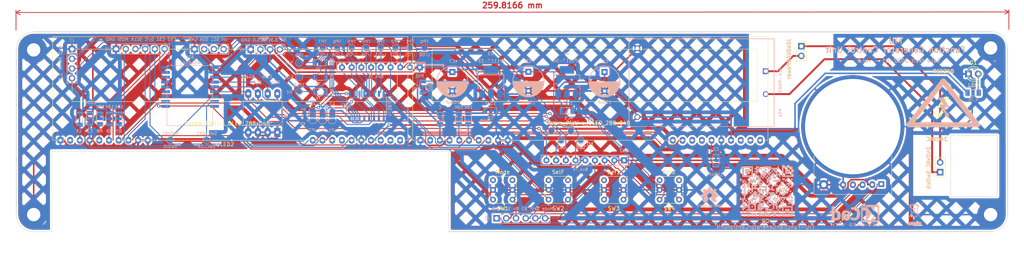
<source format=kicad_pcb>
(kicad_pcb (version 20211014) (generator pcbnew)
  (layers (0 "F.Cu" signal) (31 "B.Cu" signal) (34 "B.Paste" user) (35 "F.Paste" user) (36 "B.SilkS" user "B.Silkscreen") (37 "F.SilkS" user "F.Silkscreen") (38 "B.Mask" user) (39 "F.Mask" user) (44 "Edge.Cuts" user))
  (net 0 "")
  (net 1 "GND")
  (net 2 "+3V3")
  (net 4 "Net-(C2-Pad1)")
  (net 5 "Net-(JP1-Pad2)")
  (net 6 "Net-(JP2-Pad2)")
  (net 7 "Net-(JP3-Pad2)")
  (net 8 "/Display Unit/OLED1-CS")
  (net 9 "/Display Unit/RES-OLED")
  (net 12 "Net-(C3-Pad1)")
  (net 13 "/Display Unit/D{slash}C-OLED")
  (net 18 "Net-(OLED1-Pad5)")
  (net 19 "/Display Unit/SCLK-OLED")
  (net 22 "Net-(OLED2-Pad5)")
  (net 26 "/Display Unit/MOSI-OLED")
  (net 27 "+12V")
  (net 28 "/Display Unit/OLED2-CS")
  (net 29 "/Push Button Unit/Exp1-SDA")
  (net 30 "/Push Button Unit/Exp1-SCL")
  (net 31 "Net-(RN1-Pad2)")
  (net 32 "Net-(RN1-Pad3)")
  (net 33 "Net-(RN1-Pad4)")
  (net 34 "Net-(RN1-Pad5)")
  (net 35 "Net-(RN1-Pad6)")
  (net 36 "Net-(RN1-Pad7)")
  (net 37 "Net-(RN1-Pad8)")
  (net 38 "Net-(RN1-Pad9)")
  (net 39 "/Push Button Unit/Exp1-Int")
  (net 44 "/Push Button Unit/Button-Mode")
  (net 45 "/Push Button Unit/Button-SelF")
  (net 48 "/Push Button Unit/Button-3")
  (net 49 "/Push Button Unit/Button-4")
  (net 52 "Net-(J3-Pad1)")
  (net 54 "Net-(D1-Pad2)")
  (net 55 "Net-(J3-Pad2)")
  (net 56 "Net-(J5-Pad2)")
  (net 57 "Net-(J5-Pad1)")
  (net 58 "Net-(J6-Pad2)")
  (net 59 "Net-(J2-Pad4)")
  (net 67 "/Push Button Unit/Up1")
  (net 68 "/Push Button Unit/Up0")
  (net 69 "/Push Button Unit/Up2")
  (net 70 "/Push Button Unit/Up3")
  (net 72 "Net-(BT1-Pad8)")
  (net 73 "Net-(BT1-Pad9)")
  (net 74 "Net-(BT1-Pad16)")
  (net 75 "Net-(BT1-Pad17)")
  (footprint "Button_Switch_THT:PushDevDouble" (layer "F.Cu") (at 159.4042 86.4362)
    (fp_text reference "SW2")
    (fp_text value "SelF")
  )
  (footprint "Display:Osram Pictiva 288x048" (layer "F.Cu") (at 166.5155 60.7314)
    (fp_text reference "OLED1")
    (fp_text value "Osram_Pictiva_OLED_288x048")
  )
  (footprint "LED_THT:LED_D3.0mm" (layer "F.Cu") (at 266.7605 56.0206)
    (fp_text reference "D1")
    (fp_text value "LED")
  )
  (footprint "Symbol:Symbol_Highvoltage_Type2_CopperTop_Small" (layer "F.Cu") (at 260.223 65.532)
    (fp_text reference "REF240")
    (fp_text value "240VAC")
  )
  (footprint "Button_Switch_THT:PushDevDouble" (layer "F.Cu") (at 144.8723 86.4362)
    (fp_text reference "SW1")
    (fp_text value "Mode")
  )
  (footprint "OptoDevice:Rotary Encoder Optical" (layer "F.Cu") (at 236.474 69.85 180)
    (fp_text reference "U2")
    (fp_text value "Optical_Rotary_Encoder_OC")
  )
  (footprint "Button_Switch_THT:PushDevDouble" (layer "F.Cu") (at 173.9361 86.4362)
    (fp_text reference "SW3")
    (fp_text value "Def1")
  )
  (footprint "Connector_PinSocket_2.54mm:PinSocket_1x02_P2.54mm_Vertical" (layer "F.Cu") (at 259.334 81.788 180)
    (fp_text reference "240VAC Switch")
    (fp_text value "Conn_01x02_Female")
  )
  (footprint "Button_Switch_THT:PushDevDouble" (layer "F.Cu") (at 188.468 86.4362)
    (fp_text reference "SW4")
    (fp_text value "Def2")
  )
  (footprint "Connector_PinSocket_2.54mm:PinSocket_1x02_P2.54mm_Vertical" (layer "F.Cu") (at 223.012 48.768)
    (fp_text reference "J240VACPower")
    (fp_text value "_")
  )
  (footprint "Display:Osram Pictiva 288x048" (layer "F.Cu") (at 72.3025 60.7314)
    (fp_text reference "OLED2")
    (fp_text value "Osram_Pictiva_OLED_288x048")
  )
  (footprint "TestPoint:TestPoint_Pad_D1.5mm" (layer "B.Cu") (at 162.7055 70.9676 180)
    (fp_text reference "Up1")
    (fp_text value "Up1")
  )
  (footprint "TestPoint:TestPoint_Pad_D1.5mm" (layer "B.Cu") (at 97.7293 49.2252 180)
    (fp_text reference "TP7")
    (fp_text value "I/O7")
  )
  (footprint "Package_SO:SOIC-16_4.55x10.3mm_P1.27mm" (layer "B.Cu") (at 109.2863 64.4652 -90)
    (fp_text reference "U1")
    (fp_text value "PCF8574")
  )
  (footprint "Symbol:OSHW-Logo2_7.3x6mm_SilkScreen" (layer "B.Cu") (at 199.009 88.392 180)
    (fp_text reference "REF**" hide)
    (fp_text value "OSHW-Logo2_7.3x6mm_SilkScreen" hide)
  )
  (footprint "Resistor_SMD:R_1206_3216Metric" (layer "B.Cu") (at 97.1598 53.0352)
    (fp_text reference "R2")
    (fp_text value "4,7K")
  )
  (footprint "TestPoint:TestPoint_Pad_D1.5mm" (layer "B.Cu") (at 157.6255 70.9676 180)
    (fp_text reference "Up3")
    (fp_text value "Up3")
  )
  (footprint "TestPoint:TestPoint_Pad_D1.5mm" (layer "B.Cu") (at 112.9693 49.2252 180)
    (fp_text reference "TP3")
    (fp_text value "I/O3")
  )
  (footprint "Jumper:SolderJumper-3_P1.3mm_Open_RoundedPad1.0x1.5mm" (layer "B.Cu") (at 97.7293 67.0052 90)
    (fp_text reference "JP2")
    (fp_text value "A1")
  )
  (footprint "Resistor_THT:R_Array_SIP9" (layer "B.Cu") (at 123.1293 54.3052 180)
    (fp_text reference "RN1")
    (fp_text value "8x4,7k")
  )
  (footprint "TestPoint:TestPoint_Pad_D1.5mm" (layer "B.Cu") (at 101.5393 49.2252 180)
    (fp_text reference "TP6")
    (fp_text value "I/O6")
  )
  (footprint "TestPoint:TestPoint_Pad_D1.5mm" (layer "B.Cu") (at 109.1593 49.2252 180)
    (fp_text reference "TP4")
    (fp_text value "I/O4")
  )
  (footprint "Capacitor_SMD:C_1206_3216Metric" (layer "B.Cu") (at 128.4409 67.7672 90)
    (fp_text reference "C1")
    (fp_text value "C")
  )
  (footprint "TestPoint:TestPoint_Pad_D1.5mm" (layer "B.Cu") (at 57.912 73.3044 180)
    (fp_text reference "SWDIO1")
    (fp_text value "SWDIO")
  )
  (footprint "Resistor_SMD:R_1206_3216Metric" (layer "B.Cu") (at 41.9031 67.7672 -90)
    (fp_text reference "R9")
    (fp_text value "10K")
  )
  (footprint "Resistor_SMD:R_1206_3216Metric" (layer "B.Cu") (at 97.1598 60.6552)
    (fp_text reference "R3")
    (fp_text value "4,7K")
  )
  (footprint "Connector_PinHeader_2.54mm:PinHeader_1x06_P2.54mm_Vertical" (layer "B.Cu") (at 43.6811 49.4792 -90)
    (fp_text reference "J1")
    (fp_text value "CS2 CS1 D/C SCLK MOSI GND")
  )
  (footprint "Jumper:SolderJumper-3_P1.3mm_Open_RoundedPad1.0x1.5mm" (layer "B.Cu") (at 95.1893 66.9752 90)
    (fp_text reference "JP3")
    (fp_text value "A0")
  )
  (footprint "TestPoint:TestPoint_Pad_D1.5mm" (layer "B.Cu") (at 105.3493 49.2252 180)
    (fp_text reference "TP5")
    (fp_text value "I/O5")
  )
  (footprint "Symbol:FIU-FunctionGeneratorControlUnit" (layer "B.Cu") (at 213.614 95.123 180)
    (fp_text reference "QR")
    (fp_text value "FIU-FunctionGeneratorControlUnit")
  )
  (footprint "Package_TO_SOT_SMD:SOT-223-3_TabPin2" (layer "B.Cu") (at 161.6456 58.1156 90)
    (fp_text reference "U4")
    (fp_text value "AP1117-50")
  )
  (footprint "Jumper:SolderJumper-3_P1.3mm_Open_RoundedPad1.0x1.5mm" (layer "B.Cu") (at 100.2693 67.0052 90)
    (fp_text reference "JP1")
    (fp_text value "A2")
  )
  (footprint "Symbol:Symbol_Highvoltage_Type2_CopperTop_Small" (layer "B.Cu") (at 260.096 65.532 180)
    (fp_text reference "REF240")
    (fp_text value "240VAC")
  )
  (footprint "TestPoint:TestPoint_Pad_D1.5mm" (layer "B.Cu") (at 120.5893 49.2252 180)
    (fp_text reference "TP1")
    (fp_text value "I/O1")
  )
  (footprint "Resistor_SMD:R_1206_3216Metric" (layer "B.Cu") (at 97.1598 56.8452)
    (fp_text reference "R1")
    (fp_text value "4,7K")
  )
  (footprint "Converter_ACDC:CONV_HLK-5M05" (layer "B.Cu") (at 196.8939 58.3184 180)
    (fp_text reference "PS1")
    (fp_text value "HLK-PM03")
  )
  (footprint "Resistor_SMD:R_1206_3216Metric" (layer "B.Cu") (at 44.4685 67.7672 -90)
    (fp_text reference "R7")
    (fp_text value "10K")
  )
  (footprint "Package_DIP:DIP-8_W10.16mm_LongPads" (layer "B.Cu") (at 85.8928 71.369 90)
    (fp_text reference "SW5")
    (fp_text value "FiFo    SLP")
  )
  (footprint "Connector_PinHeader_2.54mm:PinHeader_1x04_P2.54mm_Vertical" (layer "B.Cu") (at 78.9178 49.6062 -90)
    (fp_text reference "J2")
    (fp_text value "5V 3.3V RES.O GND")
  )
  (footprint "Capacitor_SMD:C_1206_3216Metric" (layer "B.Cu") (at 161.6964 65.6844)
    (fp_text reference "C5")
    (fp_text value "10nF")
  )
  (footprint "Connector_PinHeader_2.54mm:PinHeader_1x04_P2.54mm_Vertical" (layer "B.Cu") (at 32.1564 49.53 180)
    (fp_text reference "J7")
    (fp_text value "GND RX TX 3.3")
  )
  (footprint "TestPoint:TestPoint_Pad_D1.5mm" (layer "B.Cu") (at 116.7793 49.2252 180)
    (fp_text reference "TP2")
    (fp_text value "I/O2")
  )
  (footprint "Symbol:KiCad-Logo2_5mm_SilkScreen" (layer "B.Cu") (at 237.109 92.964 180)
    (fp_text reference "REF**" hide)
    (fp_text value "KiCad-Logo2_5mm_SilkScreen" hide)
  )
  (footprint "Inductor_SMD:L_1206_3216Metric" (layer "B.Cu") (at 34.1053 67.7672 -90)
    (fp_text reference "L1")
    (fp_text value "L")
  )
  (footprint "TestPoint:TestPoint_Pad_D1.5mm" (layer "B.Cu") (at 160.1655 73.5076 180)
    (fp_text reference "Up2")
    (fp_text value "Up2")
  )
  (footprint "Resistor_THT:R_Array_SIP9" (layer "B.Cu") (at 176.6316 78.6892 180)
    (fp_text reference "RN2")
    (fp_text value "8x4,7k")
  )
  (footprint "Capacitor_SMD:C_1206_3216Metric" (layer "B.Cu") (at 123.952 59.387 -90)
    (fp_text reference "C9")
    (fp_text value "10nF")
  )
  (footprint "RF_Module:MS46SF11" (layer "B.Cu") (at 63.1063 61.976)
    (fp_text reference "BT1")
    (fp_text value "MS46SF1")
  )
  (footprint "Capacitor_SMD:C_1206_3216Metric" (layer "B.Cu") (at 36.7977 67.7672 -90)
    (fp_text reference "C3")
    (fp_text value "100nF")
  )
  (footprint "Resistor_SMD:R_1206_3216Metric" (layer "B.Cu") (at 39.4393 67.7672 -90)
    (fp_text reference "R8")
    (fp_text value "10K")
  )
  (footprint "Package_TO_SOT_SMD:SOT-223-3_TabPin2" (layer "B.Cu") (at 141.7828 58.1664 90)
    (fp_text reference "U3")
    (fp_text value "AP1117-33")
  )
  (footprint "TestPoint:TestPoint_Pad_D1.5mm" (layer "B.Cu") (at 165.2455 73.5076 180)
    (fp_text reference "Up0")
    (fp_text value "Up0")
  )
  (footprint "Connector_PinHeader_2.54mm:PinHeader_1x04_P2.54mm_Vertical" (layer "B.Cu") (at 64.2112 49.53 -90)
    (fp_text reference "J4")
    (fp_text value "Int SCL SDA GND")
  )
  (footprint "Connector_PinHeader_2.54mm:PinHeader_1x06_P2.54mm_Vertical" (layer "B.Cu") (at 143.256 93.8784 -90)
    (fp_text reference "J3")
    (fp_text value "Mode SelF B3 B4 3.3 GND")
  )
  (footprint "TestPoint:TestPoint_Pad_D1.5mm" (layer "B.Cu") (at 91.6333 56.8452 180)
    (fp_text reference "TP8")
    (fp_text value "SDA")
  )
  (footprint "TestPoint:TestPoint_Pad_D1.5mm" (layer "B.Cu") (at 91.6333 53.0352 180)
    (fp_text reference "TP9")
    (fp_text value "SCL")
  )
  (footprint "Capacitor_SMD:C_1206_3216Metric" (layer "B.Cu") (at 200.66 78.74 90)
    (fp_text reference "C2")
    (fp_text value "100nF")
  )
  (footprint "Capacitor_THT:CP_Radial_D8.0mm_P5.00mm" (layer "B.Cu") (at 171.5008 55.5244 -90)
    (fp_text reference "C4")
    (fp_text value "100uF")
  )
  (footprint "Resistor_SMD:R_1206_3216Metric" (layer "B.Cu") (at 267.97 60.96 180)
    (fp_text reference "R4")
    (fp_text value "4,7K")
  )
  (footprint "Resistor_SMD:R_1206_3216Metric" (layer "B.Cu") (at 133.3685 67.7672 -90)
    (fp_text reference "R5")
    (fp_text value "10K")
  )
  (footprint "Capacitor_THT:CP_Radial_D8.0mm_P5.00mm" (layer "B.Cu") (at 131.6736 55.5244 -90)
    (fp_text reference "C7")
    (fp_text value "100uF")
  )
  (footprint "Capacitor_SMD:C_1206_3216Metric" (layer "B.Cu") (at 141.6794 65.6844)
    (fp_text reference "C6")
    (fp_text value "10nF")
  )
  (footprint "TestPoint:TestPoint_Pad_D1.5mm" (layer "B.Cu") (at 91.6333 60.6552 180)
    (fp_text reference "TP10")
    (fp_text value "Int")
  )
  (footprint "TestPoint:TestPoint_Pad_D1.5mm" (layer "B.Cu") (at 124.3993 49.2252 180)
    (fp_text reference "TP0")
    (fp_text value "I/O0")
  )
  (footprint "Capacitor_THT:CP_Radial_D8.0mm_P5.00mm" (layer "B.Cu") (at 151.5872 55.4736 -90)
    (fp_text reference "C8")
    (fp_text value "100uF")
  )
  (footprint "Symbol:WEEE-Logo_4.2x6mm_SilkScreen" (layer "B.Cu") (at 252.603 92.71 180)
    (fp_text reference "REF**" hide)
    (fp_text value "WEEE-Logo_4.2x6mm_SilkScreen" hide)
  )
  (footprint "TestPoint:TestPoint_Pad_D1.5mm" (layer "B.Cu") (at 67.3608 73.3044 180)
    (fp_text reference "SWCLOK1")
    (fp_text value "SWCLOK")
  )
  (footprint "Resistor_SMD:R_1206_3216Metric" (layer "B.Cu") (at 135.8577 67.7672 -90)
    (fp_text reference "R6")
    (fp_text value "10K")
  )
  (gr_line (start 272.542 97.3836) (end 130.7846 97.3836) (layer "Edge.Cuts") (width 0.2))
  (gr_arc (start 17.576232 49.580511) (mid 18.933552 46.329508) (end 22.1996 45.0088) (layer "Edge.Cuts") (width 0.1))
  (gr_line (start 26.8732 97.3836) (end 22.1488 97.3836) (layer "Edge.Cuts") (width 0.1))
  (gr_arc (start 277.0124 92.9132) (mid 275.70305 96.07425) (end 272.542 97.3836) (layer "Edge.Cuts") (width 0.1))
  (gr_line (start 26.8478 76.2762) (end 130.7846 76.2762) (layer "Edge.Cuts") (width 0.1))
  (gr_line (start 276.9616 49.0728) (end 277.0124 92.9132) (layer "Edge.Cuts") (width 0.2))
  (gr_line (start 26.8732 97.3836) (end 26.8478 76.2762) (layer "Edge.Cuts") (width 0.1))
  (gr_arc (start 22.1488 97.3836) (mid 18.912859 96.011702) (end 17.5768 92.7608) (layer "Edge.Cuts") (width 0.1))
  (gr_line (start 262.128 88.138) (end 262.128 72.136) (layer "Edge.Cuts") (width 0.1))
  (gr_line (start 130.7846 76.2762) (end 130.7846 97.3836) (layer "Edge.Cuts") (width 0.1))
  (gr_arc (start 272.5928 45.0088) (mid 275.662215 46.089409) (end 276.9616 49.0728) (layer "Edge.Cuts") (width 0.1))
  (gr_line (start 262.128 72.136) (end 274.32 72.136) (layer "Edge.Cuts") (width 0.1))
  (gr_line (start 22.1996 45.0088) (end 272.5928 45.0088) (layer "Edge.Cuts") (width 0.2))
  (gr_line (start 17.5768 92.7608) (end 17.576232 49.580511) (layer "Edge.Cuts") (width 0.2))
  (gr_line (start 274.32 88.138) (end 262.128 88.138) (layer "Edge.Cuts") (width 0.1))
  (gr_line (start 274.32 72.136) (end 274.32 88.138) (layer "Edge.Cuts") (width 0.1))
  (gr_text "1 - 0" (at 92.583 67.183 90) (layer "B.SilkS") (effects (font (size 1 1)) (justify mirror)))
  (gr_text "FIU\nFunction Generator Control Unit" (at 247.65 48.514) (layer "B.SilkS") (effects (font (size 1.5 1.5) (thickness 0.3)) (justify mirror)))
  (gr_text "SaLe fecit 2022-01 - ver.0" (at 248.539 52.578) (layer "B.SilkS") (effects (font (size 1 1)) (justify mirror)))
  (dimension (type aligned) (layer "F.Cu") (pts (xy 17.5006 45.0088) (xy 277.3172 44.8564)) (height -5.08) (gr_text "259,8166 mm" (at 147.404864 38.052601 0.03360784413) (layer "F.Cu") (effects (font (size 1.5 1.5) (thickness 0.3)))) (format (units 3) (units_format 1) (precision 4)) (style (thickness 0.2) (arrow_length 1.27) (text_position_mode 0) (extension_height 0.58642) (extension_offset 0.5) keep_text_aligned))
  (segment (start 176.4761 86.4362) (end 171.3961 86.4362) (width 0.4) (layer "F.Cu") (net 1))
  (segment (start 36.7425 73.4314) (end 35.5802 73.4314) (width 0.4) (layer "F.Cu") (net 1))
  (segment (start 130.9555 73.4314) (end 129.7932 73.4314) (width 0.4) (layer "F.Cu") (net 1))
  (segment (start 147.4123 86.4362) (end 146.1411 86.4362) (width 0.4) (layer "F.Cu") (net 1))
  (segment (start 37.3237 73.4314) (end 36.7425 73.4314) (width 0.4) (layer "F.Cu") (net 1))
  (segment (start 123.3355 73.4314) (end 124.4978 73.4314) (width 0.4) (layer "F.Cu") (net 1))
  (segment (start 129.7932 73.4314) (end 129.7932 73.8673) (width 0.4) (layer "F.Cu") (net 1))
  (segment (start 34.7113 74.7362) (end 31.1537 74.7362) (width 0.4) (layer "F.Cu") (net 1))
  (segment (start 64.2112 49.53) (end 62.9609 49.53) (width 0.4) (layer "F.Cu") (net 1))
  (segment (start 37.6651 49.4792) (end 43.6811 49.4792) (width 0.4) (layer "F.Cu") (net 1))
  (segment (start 80.8128 71.369) (end 80.8128 72.1691) (width 0.4) (layer "F.Cu") (net 1))
  (segment (start 161.9442 86.4362) (end 171.3961 86.4362) (width 0.4) (layer "F.Cu") (net 1))
  (segment (start 31.1537 74.7362) (end 30.2848 73.8673) (width 0.4) (layer "F.Cu") (net 1))
  (segment (start 85.8928 72.9693) (end 83.3528 72.9693) (width 0.4) (layer "F.Cu") (net 1))
  (segment (start 125.3797 74.7492) (end 124.4978 73.8673) (width 0.4) (layer "F.Cu") (net 1))
  (segment (start 38.8303 74.7612) (end 48.1127 74.7612) (width 0.4) (layer "F.Cu") (net 1))
  (segment (start 144.2367 73.4314) (end 145.0332 73.4314) (width 0.4) (layer "F.Cu") (net 1))
  (segment (start 144.2367 73.4314) (end 144.2367 84.5318) (width 0.4) (layer "F.Cu") (net 1))
  (segment (start 78.2728 72.9693) (end 80.8128 72.9693) (width 0.4) (layer "F.Cu") (net 1))
  (segment (start 78.2728 71.369) (end 78.2728 72.9693) (width 0.4) (layer "F.Cu") (net 1))
  (segment (start 191.008 86.4362) (end 185.928 86.4362) (width 0.4) (layer "F.Cu") (net 1))
  (segment (start 37.6143 49.53) (end 37.6143 73.4314) (width 0.4) (layer "F.Cu") (net 1))
  (segment (start 156.8642 86.4362) (end 147.4123 86.4362) (width 0.4) (layer "F.Cu") (net 1))
  (segment (start 37.6143 73.5452) (end 38.8303 74.7612) (width 0.4) (layer "F.Cu") (net 1))
  (segment (start 80.8128 72.1691) (end 83.3528 72.1691) (width 0.4) (layer "F.Cu") (net 1))
  (segment (start 37.6143 49.53) (end 37.6651 49.4792) (width 0.4) (layer "F.Cu") (net 1))
  (segment (start 37.6143 73.4314) (end 37.6143 73.5452) (width 0.4) (layer "F.Cu") (net 1))
  (segment (start 80.8128 72.1691) (end 80.8128 72.9693) (width 0.4) (layer "F.Cu") (net 1))
  (segment (start 171.5008 60.4736) (end 171.5008 60.5244) (width 0.4) (layer "F.Cu") (net 1))
  (segment (start 129.7932 73.8673) (end 128.9113 74.7492) (width 0.4) (layer "F.Cu") (net 1))
  (segment (start 45.6346 48.2289) (end 44.9314 48.9321) (width 0.4) (layer "F.Cu") (net 1))
  (segment (start 171.5008 57.9115) (end 171.5008 60.4736) (width 0.4) (layer "F.Cu") (net 1))
  (segment (start 29.1225 73.4314) (end 30.2848 73.4314) (width 0.4) (layer "F.Cu") (net 1))
  (segment (start 83.3528 72.1691) (end 83.3528 72.9693) (width 0.4) (layer "F.Cu") (net 1))
  (segment (start 83.3528 71.369) (end 83.3528 72.1691) (width 0.4) (layer "F.Cu") (net 1))
  (segment (start 33.4067 49.53) (end 37.6143 49.53) (width 0.4) (layer "F.Cu") (net 1))
  (segment (start 228.8794 85.09) (end 233.9594 85.09) (width 0.4) (layer "F.Cu") (net 1))
  (segment (start 62.9609 49.53) (end 61.6598 48.2289) (width 0.4) (layer "F.Cu") (net 1))
  (segment (start 35.5802 73.8673) (end 34.7113 74.7362) (width 0.4) (layer "F.Cu") (net 1))
  (segment (start 44.9314 48.9321) (end 44.9314 49.4792) (width 0.4) (layer "F.Cu") (net 1))
  (segment (start 61.6598 48.2289) (end 45.6346 48.2289) (width 0.4) (layer "F.Cu") (net 1))
  (segment (start 30.2848 73.8673) (end 30.2848 73.4314) (width 0.4) (layer "F.Cu") (net 1))
  (segment (start 32.1564 49.53) (end 33.4067 49.53) (width 0.4) (layer "F.Cu") (net 1))
  (segment (start 29.1225 73.4314) (end 27.9602 73.4314) (width 0.4) (layer "F.Cu") (net 1))
  (segment (start 151.5872 60.4736) (end 171.5008 60.4736) (width 0.4) (layer "F.Cu") (net 1))
  (segment (start 124.4978 73.8673) (end 124.4978 73.4314) (width 0.4) (layer "F.Cu") (net 1))
  (segment (start 48.1127 74.7612) (end 49.4425 73.4314) (width 0.4) (layer "F.Cu") (net 1))
  (segment (start 144.2367 84.5318) (end 142.3323 86.4362) (width 0.4) (layer "F.Cu") (net 1))
  (segment (start 22.1234 92.9132) (end 22.1234 79.2682) (width 0.4) (layer "F.Cu") (net 1))
  (segment (start 22.1234 79.2682) (end 27.9602 73.4314) (width 0.4) (layer "F.Cu") (net 1))
  (segment (start 37.3237 73.4314) (end 37.6143 73.4314) (width 0.4) (layer "F.Cu") (net 1))
  (segment (start 51.9825 73.4314) (end 50.8202 73.4314) (width 0.4) (layer "F.Cu") (net 1))
  (segment (start 180.0939 49.3184) (end 171.5008 57.9115) (width 0.4) (layer "F.Cu") (net 1))
  (segment (start 146.1411 86.4362) (end 144.2367 84.5318) (width 0.4) (layer "F.Cu") (net 1))
  (segment (start 143.6555 73.4314) (end 144.2367 73.4314) (width 0.4) (layer "F.Cu") (net 1))
  (segment (start 85.8928 71.369) (end 85.8928 72.9693) (width 0.4) (layer "F.Cu") (net 1))
  (segment (start 266.7605 56.0206) (end 265.4602 56.0206) (width 0.4) (layer "F.Cu") (net 1))
  (segment (start 49.4425 73.4314) (end 50.8202 73.4314) (width 0.4) (layer "F.Cu") (net 1))
  (segment (start 43.6811 49.4792) (end 44.9314 49.4792) (width 0.4) (layer "F.Cu") (net 1))
  (segment (start 35.5802 73.4314) (end 35.5802 73.8673) (width 0.4) (layer "F.Cu") (net 1))
  (segment (start 128.9113 74.7492) (end 125.3797 74.7492) (width 0.4) (layer "F.Cu") (net 1))
  (segment (start 146.1955 73.4314) (end 145.0332 73.4314) (width 0.4) (layer "F.Cu") (net 1))
  (via (at 44.5008 64.5668) (size 0.8) (drill 0.4) (layers "F.Cu" "B.Cu") (net 1))
  (via (at 22.122832 49.732911) (size 7) (drill 3.5) (layers "F.Cu" "B.Cu") (net 1))
  (via (at 22.1234 92.9132) (size 7) (drill 3.5) (layers "F.Cu" "B.Cu") (net 1))
  (via (at 272.542 92.9132) (size 7) (drill 3.5) (layers "F.Cu" "B.Cu") (net 1))
  (via (at 54.5084 73.4568) (size 0.8) (drill 0.4) (layers "F.Cu" "B.Cu") (net 1))
  (via (at 73.914 73.406) (size 0.8) (drill 0.4) (layers "F.Cu" "B.Cu") (net 1))
  (via (at 272.542 49.2252) (size 7) (drill 3.5) (layers "F.Cu" "B.Cu") (net 1))
  (segment (start 221.152511 79.837489) (end 207.153489 79.837489) (width 0.4) (layer "B.Cu") (net 1))
  (segment (start 143.1544 71.63) (end 143.1544 67.2976) (width 0.4) (layer "B.Cu") (net 1))
  (segment (start 200.66 77.265) (end 202.0755 75.8495) (width 0.4) (layer "B.Cu") (net 1))
  (segment (start 97.7293 68.3052) (end 97.6993 68.2752) (width 0.4) (layer "B.Cu") (net 1))
  (segment (start 36.7977 68.9463) (end 36.7977 69.2422) (width 0.4) (layer "B.Cu") (net 1))
  (segment (start 114.4164 68.593) (end 114.4164 61.9003) (width 0.4) (layer "B.Cu") (net 1))
  (segment (start 207.153489 79.837489) (end 207.153489 80.7618) (width 0.4) (layer "B.Cu") (net 1))
  (segment (start 106.7002 72.9955) (end 102.0099 68.3052) (width 0.4) (layer "B.Cu") (net 1))
  (segment (start 36.7425 73.4314) (end 36.7425 69.2974) (width 0.4) (layer "B.Cu") (net 1))
  (segment (start 130.9555 72.1311) (end 130.9555 66.662) (width 0.4) (layer "B.Cu") (net 1))
  (segment (start 112.2736 70.7358) (end 114.4164 68.593) (width 0.4) (layer "B.Cu") (net 1))
  (segment (start 265.4602 69.85) (end 251.6308 69.85) (width 0.4) (layer "B.Cu") (net 1))
  (segment (start 39.4393 66.3047) (end 36.7977 68.9463) (width 0.4) (layer "B.Cu") (net 1))
  (segment (start 163.9456 64.9102) (end 163.9456 61.2656) (width 0.4) (layer "B.Cu") (net 1))
  (segment (start 143.1544 65.6844) (end 144.0828 64.756) (width 0.4) (layer "B.Cu") (net 1))
  (segment (start 109.0248 73.4314) (end 109.0248 72.9955) (width 0.4) (layer "B.Cu") (net 1))
  (segment (start 134.3614 67.2976) (end 143.1544 67.2976) (width 0.4) (layer "B.Cu") (net 1))
  (segment (start 202.0168 80.7618) (end 202.0168 78.6218) (width 0.4) (layer "B.Cu") (net 1))
  (segment (start 128.4409 66.2922) (end 128.8107 66.662) (width 0.4) (layer "B.Cu") (net 1))
  (segment (start 267.716 67.5942) (end 265.4602 69.85) (width 0.4) (layer "B.Cu") (net 1))
  (segment (start 130.9555 66.662) (end 131.3163 66.662) (width 0.4) (layer "B.Cu") (net 1))
  (segment (start 131.6736 66.3047) (end 131.6736 60.5244) (width 0.4) (layer "B.Cu") (net 1))
  (segment (start 30.9061 49.53) (end 30.6013 49.2252) (width 0.4) (layer "B.Cu") (net 1))
  (segment (start 165.8371 60.5244) (end 165.0959 61.2656) (width 0.4) (layer "B.Cu") (net 1))
  (segment (start 78.9178 49.6062) (end 78.9178 50.8565) (width 0.4) (layer "B.Cu") (net 1))
  (segment (start 107.8625 73.4314) (end 106.7002 73.4314) (width 0.4) (layer "B.Cu") (net 1))
  (segment (start 163.9456 61.2656) (end 165.0959 61.2656) (width 0.4) (layer "B.Cu") (net 1))
  (segment (start 114.4164 61.9003) (end 113.7313 61.2152) (width 0.4) (layer "B.Cu") (net 1))
  (segment (start 267.716 56.9761) (end 267.716 67.5942) (width 0.4) (layer "B.Cu") (net 1))
  (segment (start 106.7002 73.4314) (end 106.7002 72.9955) (width 0.4) (layer "B.Cu") (net 1))
  (segment (start 97.7293 68.3052) (end 100.2693 68.3052) (width 0.4) (layer "B.Cu") (net 1))
  (segment (start 85.8928 71.369) (end 85.8928 69.7687) (width 0.4) (layer "B.Cu") (net 1))
  (segment (start 128.4409 66.2922) (end 123.952 61.8033) (width 0.4) (layer "B.Cu") (net 1))
  (segment (start 131.6736 66.3047) (end 133.3685 66.3047) (width 0.4) (layer "B.Cu") (net 1))
  (segment (start 97.6993 68.2752) (end 95.1893 68.2752) (width 0.4) (layer "B.Cu") (net 1))
  (segment (start 117.3348 68.593) (end 114.4164 68.593) (width 0.4) (layer "B.Cu") (net 1))
  (segment (start 68.6272 55.626) (end 69.4563 55.626) (width 0.4) (layer "B.Cu") (net 1))
  (segment (start 176.4761 86.4362) (end 185.928 86.4362) (width 0.4) (layer "B.Cu") (net 1))
  (segment (start 144.0828 64.756) (end 144.0828 61.3164) (width 0.4) (layer "B.Cu") (net 1))
  (segment (start 87.1397 68.2752) (end 87.1397 59.0784) (width 0.4) (layer "B.Cu") (net 1))
  (segment (start 95.1893 68.2752) (end 87.1397 68.2752) (width 0.4) (layer "B.Cu") (net 1))
  (segment (start 36.7425 69.2974) (end 36.7977 69.2422) (width 0.4) (layer "B.Cu") (net 1))
  (segment (start 128.8107 66.662) (end 130.9555 66.662) (width 0.4) (layer "B.Cu") (net 1))
  (segment (start 150.7444 61.3164) (end 151.5872 60.4736) (width 0.4) (layer "B.Cu") (net 1))
  (segment (start 191.008 86.4362) (end 196.3424 86.4362) (width 0.4) (layer "B.Cu") (net 1))
  (segment (start 266.7605 56.0206) (end 266.7605 54.7203) (width 0.4) (layer "B.Cu") (net 1))
  (segment (start 272.542 49.2252) (end 267.0469 54.7203) (width 0.4) (layer "B.Cu") (net 1))
  (segment (start 171.5008 60.5244) (end 165.8371 60.5244) (width 0.4) (layer "B.Cu") (net 1))
  (segment (start 64.2112 51.21) (end 68.6272 55.626) (width 0.4) (layer "B.Cu") (net 1))
  (segment (start 87.1397 68.2752) (end 85.8928 69.5221) (width 0.4) (layer "B.Cu") (net 1))
  (segment (start 251.6308 69.85) (end 251.6308 92.9132) (width 0.4) (layer "B.Cu") (net 1))
  (segment (start 233.9594 85.09) (end 233.9594 72.3646) (width 0.4) (layer "B.Cu") (net 1))
  (segment (start 267.0469 54.7203) (end 266.7605 54.7203) (width 0.4) (layer "B.Cu") (net 1))
  (segment (start 123.952 61.8033) (end 123.952 60.862) (width 0.4) (layer "B.Cu") (net 1))
  (segment (start 30.6013 49.2252) (end 22.1234 49.2252) (width 0.4) (layer "B.Cu") (net 1))
  (segment (start 69.4563 55.626) (end 71.6477 55.626) (width 0.4) (layer "B.Cu") (net 1))
  (segment (start 85.8928 69.5221) (end 85.8928 69.7687) (width 0.4) (layer "B.Cu") (net 1))
  (segment (start 266.7605 56.0206) (end 267.716 56.9761) (width 0.4) (layer "B.Cu") (net 1))
  (segment (start 202.0755 75.8495) (end 202.0755 73.4314) (width 0.4) (layer "B.Cu") (net 1))
  (segment (start 221.152511 85.09) (end 221.152511 79.837489) (width 0.4) (layer "B.Cu") (net 1))
  (segment (start 32.1564 49.53) (end 30.9061 49.53) (width 0.4) (layer "B.Cu") (net 1))
  (segment (start 130.9555 73.4314) (end 130.9555 72.1311) (width 0.4) (layer "B.Cu") (net 1))
  (segment (start 122.1732 73.4314) (end 117.3348 68.593) (width 0.4) (layer "B.Cu") (net 1))
  (segment (start 202.0168 78.6218) (end 200.66 77.265) (width 0.4) (layer "B.Cu") (net 1))
  (segment (start 143.6555 72.1311) (end 143.1544 71.63) (width 0.4) (layer "B.Cu") (net 1))
  (segment (start 161.9442 86.4362) (end 156.8642 86.4362) (width 0.4) (layer "B.Cu") (net 1))
  (segment (start 251.6308 69.85) (end 236.474 69.85) (width 0.4) (layer "B.Cu") (net 1))
  (segment (start 196.3424 86.4362) (end 202.0168 80.7618) (width 0.4) (layer "B.Cu") (net 1))
  (segment (start 87.1397 59.0784) (end 78.9178 50.8565) (width 0.4) (layer "B.Cu") (net 1))
  (segment (start 71.6477 55.626) (end 77.6675 49.6062) (width 0.4) (layer "B.Cu") (net 1))
  (segment (start 143.1544 67.2976) (end 143.1544 65.6844) (width 0.4) (layer "B.Cu") (net 1))
  (segment (start 107.8625 73.4314) (end 109.0248 73.4314) (width 0.4) (layer "B.Cu") (net 1))
  (segment (start 123.3355 73.4314) (end 122.1732 73.4314) (width 0.4) (layer "B.Cu") (net 1))
  (segment (start 131.3163 66.662) (end 131.6736 66.3047) (width 0.4) (layer "B.Cu") (net 1))
  (segment (start 78.9178 49.6062) (end 77.6675 49.6062) (width 0.4) (layer "B.Cu") (net 1))
  (segment (start 163.1714 65.6844) (end 163.9456 64.9102) (width 0.4) (layer "B.Cu") (net 1))
  (segment (start 133.3685 66.3047) (end 134.3614 67.2976) (width 0.4) (layer "B.Cu") (net 1))
  (segment (start 233.9594 72.3646) (end 236.474 69.85) (width 0.4) (layer "B.Cu") (net 1))
  (segment (start 207.153489 80.7618) (end 202.0168 80.7618) (width 0.4) (layer "B.Cu") (net 1))
  (segment (start 102.0099 68.3052) (end 100.2693 68.3052) (width 0.4) (layer "B.Cu") (net 1))
  (segment (start 111.2845 70.7358) (end 112.2736 70.7358) (width 0.4) (layer "B.Cu") (net 1))
  (segment (start 228.8794 85.09) (end 221.152511 85.09) (width 0.4) (layer "B.Cu") (net 1))
  (segment (start 109.0248 72.9955) (end 111.2845 70.7358) (width 0.4) (layer "B.Cu") (net 1))
  (segment (start 143.6555 73.4314) (end 143.6555 72.1311) (width 0.4) (layer "B.Cu") (net 1))
  (segment (start 64.2112 49.53) (end 64.2112 51.21) (width 0.4) (layer "B.Cu") (net 1))
  (segment (start 251.6308 92.9132) (end 272.542 92.9132) (width 0.4) (layer "B.Cu") (net 1))
  (segment (start 144.0828 61.3164) (end 150.7444 61.3164) (width 0.4) (layer "B.Cu") (net 1))
  (segment (start 239.4901 83.7504) (end 240.4171 84.6774) (width 0.4) (layer "F.Cu") (net 2))
  (segment (start 234.1444 86.7464) (end 235.2294 85.6614) (width 0.4) (layer "F.Cu") (net 2))
  (segment (start 235.2294 85.6614) (end 235.2294 84.5646) (width 0.4) (layer "F.Cu") (net 2))
  (segment (start 90.672 55.5482) (end 85.2481 50.1243) (width 0.4) (layer "F.Cu") (net 2))
  (segment (start 83.9978 49.6062) (end 85.2481 49.6062) (width 0.4) (layer "F.Cu") (net 2))
  (segment (start 217.5211 78.6892) (end 225.5783 86.7464) (width 0.4) (layer "F.Cu") (net 2))
  (segment (start 85.2481 50.1243) (end 85.2481 49.6062) (width 0.4) (layer "F.Cu") (net 2))
  (segment (start 121.0611 55.5482) (end 90.672 55.5482) (width 0.4) (layer "F.Cu") (net 2))
  (segment (start 121.929 54.3052) (end 121.929 54.6803) (width 0.4) (layer "F.Cu") (net 2))
  (segment (start 236.0436 83.7504) (end 239.4901 83.7504) (width 0.4) (layer "F.Cu") (net 2))
  (segment (start 240.4171 84.6774) (end 240.4171 85.0646) (width 0.4) (layer "F.Cu") (net 2))
  (segment (start 121.929 54.6803) (end 121.0611 55.5482) (width 0.4) (layer "F.Cu") (net 2))
  (segment (start 225.5783 86.7464) (end 234.1444 86.7464) (width 0.4) (layer "F.Cu") (net 2))
  (segment (start 123.1293 54.3052) (end 121.929 54.3052) (width 0.4) (layer "F.Cu") (net 2))
  (segment (start 241.5794 85.0646) (end 240.4171 85.0646) (width 0.4) (layer "F.Cu") (net 2))
  (segment (start 235.2294 84.5646) (end 236.0436 83.7504) (width 0.4) (layer "F.Cu") (net 2))
  (segment (start 176.6316 78.6892) (end 217.5211 78.6892) (width 0.4) (layer "F.Cu") (net 2))
  (segment (start 176.6316 78.6892) (end 175.4313 78.6892) (width 0.4) (layer "B.Cu") (net 2))
  (segment (start 133.5442 54.8541) (end 132.8739 55.5244) (width 0.4) (layer "B.Cu") (net 2))
  (segment (start 153.149 79.9144) (end 164.4649 79.9144) (width 0.4) (layer "B.Cu") (net 2))
  (segment (start 128.4155 72.84) (end 130.3073 74.7318) (width 0.4) (layer "B.Cu") (net 2))
  (segment (start 69.3852 53.9674) (end 65.4616 50.0438) (width 0.4) (layer "B.Cu") (net 2))
  (segment (start 65.4616 48.5001) (end 63.7627 46.8012) (width 0.4) (layer "B.Cu") (net 2))
  (segment (start 174.6062 77.4889) (end 175.4313 78.314) (width 0.4) (layer "B.Cu") (net 2))
  (segment (start 141.7828 55.0164) (end 139.4825 55.0164) (width 0.4) (layer "B.Cu") (net 2))
  (segment (start 128.4155 73.4314) (end 128.4155 72.84) (width 0.4) (layer "B.Cu") (net 2))
  (segment (start 34.1053 69.3422) (end 34.1053 66.1922) (width 0.4) (layer "B.Cu") (net 2))
  (segment (start 33.8549 50.7804) (end 31.6292 50.7804) (width 0.4) (layer "B.Cu") (net 2))
  (segment (start 128.4155 72.84) (end 128.4155 72.1311) (width 0.4) (layer "B.Cu") (net 2))
  (segment (start 147.9664 74.7318) (end 153.149 79.9144) (width 0.4) (layer "B.Cu") (net 2))
  (segment (start 83.9978 52.882) (end 90.4573 59.3415) (width 0.4) (layer "B.Cu") (net 2))
  (segment (start 30.8668 55.1282) (end 31.6383 55.8997) (width 0.4) (layer "B.Cu") (net 2))
  (segment (start 30.8668 51.5428) (end 30.8668 55.1282) (width 0.4) (layer "B.Cu") (net 2))
  (segment (start 97.7293 65.6793) (end 95.1934 65.6793) (width 0.4) (layer "B.Cu") (net 2))
  (segment (start 83.9978 49.6062) (end 82.7475 49.6062) (width 0.4) (layer "B.Cu") (net 2))
  (segment (start 35.0332 65.2643) (end 35.0332 61.2771) (width 0.4) (layer "B.Cu") (net 2))
  (segment (start 92.5705 63.2837) (end 96.1403 63.2837) (width 0.4) (layer "B.Cu") (net 2))
  (segment (start 34.2025 69.4394) (end 34.2025 73.4314) (width 0.4) (layer "B.Cu") (net 2))
  (segment (start 99.1915 64.1064) (end 98.4956 64.1064) (width 0.4) (layer "B.Cu") (net 2))
  (segment (start 141.7828 55.0164) (end 144.0831 55.0164) (width 0.4) (layer "B.Cu") (net 2))
  (segment (start 32.1564 57.7751) (end 32.1564 57.15) (width 0.4) (layer "B.Cu") (net 2))
  (segment (start 165.9663 77.4889) (end 174.6062 77.4889) (width 0.4) (layer "B.Cu") (net 2))
  (segment (start 128.4155 72.1311) (end 128.4409 72.1057) (width 0.4) (layer "B.Cu") (net 2))
  (segment (start 139.4825 55.0164) (end 139.3202 54.8541) (width 0.4) (layer "B.Cu") (net 2))
  (segment (start 138.6257 54.8541) (end 138.5445 54.7729) (width 0.4) (layer "B.Cu") (net 2))
  (segment (start 69.4563 53.9674) (end 69.3852 53.9674) (width 0.4) (layer "B.Cu") (net 2))
  (segment (start 97.7293 64.8727) (end 97.7293 65.6793) (width 0.4) (layer "B.Cu") (net 2))
  (segment (start 37.8341 46.8012) (end 33.8549 50.7804) (width 0.4) (layer "B.Cu") (net 2))
  (segment (start 131.6736 55.5244) (end 132.8739 55.5244) (width 0.4) (layer "B.Cu") (net 2))
  (segment (start 123.1293 55.5055) (end 122.583 56.0518) (width 0.4) (layer "B.Cu") (net 2))
  (segment (start 40.8627 65.2643) (end 41.9031 66.3047) (width 0.4) (layer "B.Cu") (net 2))
  (segment (start 131.6736 55.5244) (end 130.4733 55.5244) (width 0.4) (layer "B.Cu") (net 2))
  (segment (start 102.8313 65.7052) (end 104.8413 67.7152) (width 0.4) (layer "B.Cu") (net 2))
  (segment (start 139.3202 54.8541) (end 138.6257 54.8541) (width 0.4) (layer "B.Cu") (net 2))
  (segment (start 135.8577 66.3047) (end 139.5841 66.3047) (width 0.4) (layer "B.Cu") (net 2))
  (segment (start 63.7627 46.8012) (end 37.8341 46.8012) (width 0.4) (layer "B.Cu") (net 2))
  (segment (start 31.6292 50.7804) (end 30.8668 51.5428) (width 0.4) (layer "B.Cu") (net 2))
  (segment (start 69.4563 53.9674) (end 69.4563 54.356) (width 0.4) (layer "B.Cu") (net 2))
  (segment (start 144.0831 57.6158) (end 144.0831 55.0164) (width 0.4) (layer "B.Cu") (net 2))
  (segment (start 32.1564 57.15) (end 32.1564 55.8997) (width 0.4) (layer "B.Cu") (net 2))
  (segment (start 137.8816 54.7729) (end 137.8004 54.8541) (width 0.4) (layer "B.Cu") (net 2))
  (segment (start 175.4313 78.314) (end 175.4313 78.6892) (width 0.4) (layer "B.Cu") (net 2))
  (segment (start 32.1564 57.7751) (end 32.1564 58.4003) (width 0.4) (layer "B.Cu") (net 2))
  (segment (start 100.2693 65.1842) (end 99.1915 64.1064) (width 0.4) (layer "B.Cu") (net 2))
  (segment (start 123.1293 54.3052) (end 123.1293 55.5055) (width 0.4) (layer "B.Cu") (net 2))
  (segment (start 34.1053 69.3422) (end 34.2025 69.4394) (width 0.4) (layer "B.Cu") (net 2))
  (segment (start 140.2044 65.6844) (end 141.7828 64.106) (width 0.4) (layer "B.Cu") (net 2))
  (segment (start 96.1403 63.2837) (end 97.7293 64.8727) (width 0.4) (layer "B.Cu") (net 2))
  (segment (start 122.583 63.3843) (end 128.4409 69.2422) (width 0.4) (layer "B.Cu") (net 2))
  (segment (start 141.7828 64.106) (end 141.7828 61.3164) (width 0.4) (layer "B.Cu") (net 2))
  (segment (start 138.5445 54.7729) (end 137.8816 54.7729) (width 0.4) (layer "B.Cu") (net 2))
  (segment (start 82.7475 49.0592) (end 82.7475 49.6062) (width 0.4) (layer "B.Cu") (net 2))
  (segment (start 90.4573 61.1705) (end 92.5705 63.2837) (width 0.4) (layer "B.Cu") (net 2))
  (segment (start 164.4649 79.9144) (end 165.2016 79.1777) (width 0.4) (layer "B.Cu") (net 2))
  (segment (start 98.6223 56.8452) (end 98.6223 58.0278) (width 0.4) (layer "B.Cu") (net 2))
  (segment (start 139.5841 66.3047) (end 140.2044 65.6844) (width 0.4) (layer "B.Cu") (net 2))
  (segment (start 123.1293 54.3052) (end 129.2541 54.3052) (width 0.4) (layer "B.Cu") (net 2))
  (segment (start 35.0332 65.2643) (end 40.8627 65.2643) (width 0.4) (layer "B.Cu") (net 2))
  (segment (start 128.4409 72.1057) (end 128.4409 69.2422) (width 0.4) (layer "B.Cu") (net 2))
  (segment (start 98.6223 53.0352) (end 98.6223 56.8452) (width 0.4) (layer "B.Cu") (net 2))
  (segment (start 83.9978 49.6062) (end 83.9978 52.882) (width 0.4) (layer "B.Cu") (net 2))
  (segment (start 100.2693 65.7052) (end 100.2693 65.1842) (width 0.4) (layer "B.Cu") (net 2))
  (segment (start 97.3086 59.3415) (end 98.6223 60.6552) (width 0.4) (layer "B.Cu") (net 2))
  (segment (start 71.1184 53.9674) (end 76.73 48.3558) (width 0.4) (layer "B.Cu") (net 2))
  (segment (start 129.2541 54.3052) (end 130.4733 55.5244) (width 0.4) (layer "B.Cu") (net 2))
  (segment (start 35.0332 65.2643) (end 34.1053 66.1922) (width 0.4) (layer "B.Cu") (net 2))
  (segment (start 31.6383 55.8997) (end 32.1564 55.8997) (width 0.4) (layer "B.Cu") (net 2))
  (segment (start 130.3073 74.7318) (end 147.9664 74.7318) (width 0.4) (layer "B.Cu") (net 2))
  (segment (start 98.6223 58.0278) (end 97.3086 59.3415) (width 0.4) (layer "B.Cu") (net 2))
  (segment (start 165.2016 78.2536) (end 165.9663 77.4889) (width 0.4) (layer "B.Cu") (net 2))
  (segment (start 100.2693 65.7052) (end 102.8313 65.7052) (width 0.4) (layer "B.Cu") (net 2))
  (segment (start 82.0441 48.3558) (end 82.7475 49.0592) (width 0.4) (layer "B.Cu") (net 2))
  (segment (start 98.4956 64.1064) (end 97.7293 64.8727) (width 0.4) (layer "B.Cu") (net 2))
  (segment (start 165.2016 79.1777) (end 165.2016 78.2536) (width 0.4) (layer "B.Cu") (net 2))
  (segment (start 35.0332 61.2771) (end 32.1564 58.4003) (width 0.4) (layer "B.Cu") (net 2))
  (segment (start 90.4573 59.3415) (end 97.3086 59.3415) (width 0.4) (layer "B.Cu") (net 2))
  (segment (start 41.9031 66.3047) (end 44.4685 66.3047) (width 0.4) (layer "B.Cu") (net 2))
  (segment (start 97.7293 65.6793) (end 97.7293 65.7052) (width 0.4) (layer "B.Cu") (net 2))
  (segment (start 76.73 48.3558) (end 82.0441 48.3558) (width 0.4) (layer "B.Cu") (net 2))
  (segment (start 122.583 56.0518) (end 122.583 63.3843) (width 0.4) (layer "B.Cu") (net 2))
  (segment (start 95.1934 65.6793) (end 95.1893 65.6752) (width 0.4) (layer "B.Cu") (net 2))
  (segment (start 65.4616 50.0438) (end 65.4616 48.5001) (width 0.4) (layer "B.Cu") (net 2))
  (segment (start 141.7828 61.3164) (end 141.7828 59.9161) (width 0.4) (layer "B.Cu") (net 2))
  (segment (start 137.8004 54.8541) (end 133.5442 54.8541) (width 0.4) (layer "B.Cu") (net 2))
  (segment (start 90.4573 59.3415) (end 90.4573 61.1705) (width 0.4) (layer "B.Cu") (net 2))
  (segment (start 69.4563 53.9674) (end 71.1184 53.9674) (width 0.4) (layer "B.Cu") (net 2))
  (segment (start 141.7828 59.9161) (end 144.0831 57.6158) (width 0.4) (layer "B.Cu") (net 2))
  (segment (start 199.5355 73.4314) (end 199.5355 74.6567) (width 0.25) (layer "B.Cu") (net 4))
  (segment (start 200.66 80.215) (end 199.3539 78.9089) (width 0.25) (layer "B.Cu") (net 4))
  (segment (start 199.3539 74.8383) (end 199.5355 74.6567) (width 0.25) (layer "B.Cu") (net 4))
  (segment (start 199.3539 78.9089) (end 199.3539 74.8383) (width 0.25) (layer "B.Cu") (net 4))
  (segment (start 104.1516 69.3033) (end 109.7921 69.3033) (width 0.25) (layer "B.Cu") (net 5))
  (segment (start 110.5387 65.6555) (end 107.3813 62.4981) (width 0.25) (layer "B.Cu") (net 5))
  (segment (start 110.5387 68.5567) (end 110.5387 65.6555) (width 0.25) (layer "B.Cu") (net 5))
  (segment (start 100.2693 67.0052) (end 101.8535 67.0052) (width 0.25) (layer "B.Cu") (net 5))
  (segment (start 107.3813 62.4981) (end 107.3813 61.2152) (width 0.25) (layer "B.Cu") (net 5))
  (segment (start 109.7921 69.3033) (end 110.5387 68.5567) (width 0.25) (layer "B.Cu") (net 5))
  (segment (start 101.8535 67.0052) (end 104.1516 69.3033) (width 0.25) (layer "B.Cu") (net 5))
  (segment (start 103.661 64.9457) (end 105.2378 63.3689) (width 0.25) (layer "F.Cu") (net 6))
  (segment (start 98.899 64.9457) (end 103.661 64.9457) (width 0.25) (layer "F.Cu") (net 6))
  (via (at 105.2378 63.3689) (size 0.8) (drill 0.4) (layers "F.Cu" "B.Cu") (net 6))
  (via (at 98.899 64.9457) (size 0.8) (drill 0.4) (layers "F.Cu" "B.Cu") (net 6))
  (segment (start 105.2378 63.3689) (end 106.1113 62.4954) (width 0.25) (layer "B.Cu") (net 6))
  (segment (start 97.7293 67.0052) (end 98.8046 67.0052) (width 0.25) (layer "B.Cu") (net 6))
  (segment (start 106.1113 62.4954) (end 106.1113 61.2152) (width 0.25) (layer "B.Cu") (net 6))
  (segment (start 98.8046 65.0401) (end 98.899 64.9457) (width 0.25) (layer "B.Cu") (net 6))
  (segment (start 98.8046 67.0052) (end 98.8046 65.0401) (width 0.25) (layer "B.Cu") (net 6))
  (segment (start 100.2937 61.1866) (end 103.9456 61.1866) (width 0.25) (layer "F.Cu") (net 7))
  (segment (start 96.6014 64.8789) (end 100.2937 61.1866) (width 0.25) (layer "F.Cu") (net 7))
  (via (at 96.6014 64.8789) (size 0.8) (drill 0.4) (layers "F.Cu" "B.Cu") (net 7))
  (via (at 103.9456 61.1866) (size 0.8) (drill 0.4) (layers "F.Cu" "B.Cu") (net 7))
  (segment (start 103.9456 61.1866) (end 104.8127 61.1866) (width 0.25) (layer "B.Cu") (net 7))
  (segment (start 94.5735 64.8498) (end 96.5723 64.8498) (width 0.25) (layer "B.Cu") (net 7))
  (segment (start 94.114 66.9752) (end 94.114 65.3093) (width 0.25) (layer "B.Cu") (net 7))
  (segment (start 94.114 65.3093) (end 94.5735 64.8498) (width 0.25) (layer "B.Cu") (net 7))
  (segment (start 96.5723 64.8498) (end 96.6014 64.8789) (width 0.25) (layer "B.Cu") (net 7))
  (segment (start 104.8127 61.1866) (end 104.8413 61.2152) (width 0.25) (layer "B.Cu") (net 7))
  (segment (start 95.1893 66.9752) (end 94.114 66.9752) (width 0.25) (layer "B.Cu") (net 7))
  (segment (start 134.9482 73.4314) (end 134.9482 73.7032) (width 0.25) (layer "F.Cu") (net 8))
  (segment (start 136.0355 73.4314) (end 134.9482 73.4314) (width 0.25) (layer "F.Cu") (net 8))
  (segment (start 68.5616 64.4416) (end 54.8362 64.4416) (width 0.25) (layer "F.Cu") (net 8))
  (segment (start 79.4075 75.2875) (end 68.5616 64.4416) (width 0.25) (layer "F.Cu") (net 8))
  (segment (start 133.3639 75.2875) (end 79.4075 75.2875) (width 0.25) (layer "F.Cu") (net 8))
  (segment (start 134.9482 73.7032) (end 133.3639 75.2875) (width 0.25) (layer "F.Cu") (net 8))
  (via (at 54.8362 64.4416) (size 0.8) (drill 0.4) (layers "F.Cu" "B.Cu") (net 8))
  (segment (start 135.8577 72.0283) (end 136.0355 72.2061) (width 0.25) (layer "B.Cu") (net 8))
  (segment (start 53.8411 63.4465) (end 53.8411 49.4792) (width 0.25) (layer "B.Cu") (net 8))
  (segment (start 136.0355 73.4314) (end 136.0355 72.2061) (width 0.25) (layer "B.Cu") (net 8))
  (segment (start 54.8362 64.4416) (end 53.8411 63.4465) (width 0.25) (layer "B.Cu") (net 8))
  (segment (start 135.8577 69.2297) (end 135.8577 72.0283) (width 0.25) (layer "B.Cu") (net 8))
  (segment (start 121.4103 72.1927) (end 136.4874 72.1927) (width 0.25) (layer "F.Cu") (net 9))
  (segment (start 45.4498 72.8023) (end 54.5883 63.6638) (width 0.25) (layer "F.Cu") (net 9))
  (segment (start 81.4578 50.7815) (end 77.0879 55.1514) (width 0.25) (layer "F.Cu") (net 9))
  (segment (start 86.3235 68.4982) (end 92.4821 74.6568) (width 0.25) (layer "F.Cu") (net 9))
  (segment (start 136.4874 72.1927) (end 137.4882 73.1935) (width 0.25) (layer "F.Cu") (net 9))
  (segment (start 81.9223 68.4982) (end 86.3235 68.4982) (width 0.25) (layer "F.Cu") (net 9))
  (segment (start 92.4821 74.6568) (end 118.9462 74.6568) (width 0.25) (layer "F.Cu") (net 9))
  (segment (start 138.5755 73.4314) (end 137.4882 73.4314) (width 0.25) (layer "F.Cu") (net 9))
  (segment (start 118.9462 74.6568) (end 121.4103 72.1927) (width 0.25) (layer "F.Cu") (net 9))
  (segment (start 77.0879 63.6638) (end 81.9223 68.4982) (width 0.25) (layer "F.Cu") (net 9))
  (segment (start 81.4578 49.6062) (end 81.4578 50.7815) (width 0.25) (layer "F.Cu") (net 9))
  (segment (start 77.0879 55.1514) (end 77.0879 63.6638) (width 0.25) (layer "F.Cu") (net 9))
  (segment (start 54.5883 63.6638) (end 77.0879 63.6638) (width 0.25) (layer "F.Cu") (net 9))
  (segment (start 44.3625 73.4314) (end 45.4498 73.4314) (width 0.25) (layer "F.Cu") (net 9))
  (segment (start 45.4498 73.4314) (end 45.4498 72.8023) (width 0.25) (layer "F.Cu") (net 9))
  (segment (start 137.4882 73.1935) (end 137.4882 73.4314) (width 0.25) (layer "F.Cu") (net 9))
  (segment (start 44.3625 72.2061) (end 44.4685 72.1001) (width 0.25) (layer "B.Cu") (net 9))
  (segment (start 44.4685 72.1001) (end 44.4685 69.2297) (width 0.25) (layer "B.Cu") (net 9))
  (segment (start 44.3625 73.4314) (end 44.3625 72.2061) (width 0.25) (layer "B.Cu") (net 9))
  (segment (start 35.5687 73.9831) (end 36.914 75.3284) (width 0.25) (layer "B.Cu") (net 12))
  (segment (start 36.914 75.3284) (end 102.61 75.3284) (width 0.25) (layer "B.Cu") (net 12))
  (segment (start 102.61 75.3284) (end 104.2352 73.7032) (width 0.25) (layer "B.Cu") (net 12))
  (segment (start 105.3225 73.4314) (end 104.2352 73.4314) (width 0.25) (layer "B.Cu") (net 12))
  (segment (start 104.2352 73.7032) (end 104.2352 73.4314) (width 0.25) (layer "B.Cu") (net 12))
  (segment (start 36.7977 66.2922) (end 35.5687 67.5212) (width 0.25) (layer "B.Cu") (net 12))
  (segment (start 35.5687 67.5212) (end 35.5687 73.9831) (width 0.25) (layer "B.Cu") (net 12))
  (segment (start 75.461 72.2032) (end 78.9956 75.7378) (width 0.25) (layer "F.Cu") (net 13))
  (segment (start 46.9025 73.4314) (end 47.9898 73.4314) (width 0.25) (layer "F.Cu") (net 13))
  (segment (start 137.9936 75.7378) (end 140.0282 73.7032) (width 0.25) (layer "F.Cu") (net 13))
  (segment (start 141.1155 73.4314) (end 140.0282 73.4314) (width 0.25) (layer "F.Cu") (net 13))
  (segment (start 47.9898 73.4314) (end 47.9898 73.1596) (width 0.25) (layer "F.Cu") (net 13))
  (segment (start 47.9898 73.1596) (end 48.9462 72.2032) (width 0.25) (layer "F.Cu") (net 13))
  (segment (start 140.0282 73.7032) (end 140.0282 73.4314) (width 0.25) (layer "F.Cu") (net 13))
  (segment (start 48.9462 72.2032) (end 75.461 72.2032) (width 0.25) (layer "F.Cu") (net 13))
  (segment (start 78.9956 75.7378) (end 137.9936 75.7378) (width 0.25) (layer "F.Cu") (net 13))
  (segment (start 46.9025 73.4314) (end 46.9025 72.2061) (width 0.25) (layer "B.Cu") (net 13))
  (segment (start 51.3011 49.4792) (end 51.3011 50.6545) (width 0.25) (layer "B.Cu") (net 13))
  (segment (start 51.3011 67.8075) (end 51.3011 50.6545) (width 0.25) (layer "B.Cu") (net 13))
  (segment (start 46.9025 72.2061) (end 51.3011 67.8075) (width 0.25) (layer "B.Cu") (net 13))
  (segment (start 133.4955 73.4314) (end 133.4955 72.2061) (width 0.25) (layer "B.Cu") (net 18))
  (segment (start 133.3685 69.2297) (end 133.3685 72.0791) (width 0.25) (layer "B.Cu") (net 18))
  (segment (start 133.3685 72.0791) (end 133.4955 72.2061) (width 0.25) (layer "B.Cu") (net 18))
  (segment (start 189.3755 73.4314) (end 188.2882 73.4314) (width 0.25) (layer "F.Cu") (net 19))
  (segment (start 95.1625 73.4314) (end 96.2498 73.4314) (width 0.25) (layer "F.Cu") (net 19))
  (segment (start 96.2498 73.1596) (end 96.2498 73.4314) (width 0.25) (layer "F.Cu") (net 19))
  (segment (start 188.2882 73.4314) (end 186.1489 71.2921) (width 0.25) (layer "F.Cu") (net 19))
  (segment (start 98.1173 71.2921) (end 96.2498 73.1596) (width 0.25) (layer "F.Cu") (net 19))
  (segment (start 186.1489 71.2921) (end 98.1173 71.2921) (width 0.25) (layer "F.Cu") (net 19))
  (segment (start 49.9364 49.4792) (end 49.9364 49.1119) (width 0.25) (layer "B.Cu") (net 19))
  (segment (start 93.0808 74.4258) (end 94.0752 73.4314) (width 0.25) (layer "B.Cu") (net 19))
  (segment (start 50.7863 48.262) (end 51.7584 48.262) (width 0.25) (layer "B.Cu") (net 19))
  (segment (start 48.7611 49.4792) (end 49.9364 49.4792) (width 0.25) (layer "B.Cu") (net 19))
  (segment (start 95.1625 73.4314) (end 94.0752 73.4314) (width 0.25) (layer "B.Cu") (net 19))
  (segment (start 51.7584 48.262) (end 52.5711 49.0747) (width 0.25) (layer "B.Cu") (net 19))
  (segment (start 52.5711 69.5025) (end 57.4944 74.4258) (width 0.25) (layer "B.Cu") (net 19))
  (segment (start 52.5711 49.0747) (end 52.5711 69.5025) (width 0.25) (layer "B.Cu") (net 19))
  (segment (start 57.4944 74.4258) (end 93.0808 74.4258) (width 0.25) (layer "B.Cu") (net 19))
  (segment (start 49.9364 49.1119) (end 50.7863 48.262) (width 0.25) (layer "B.Cu") (net 19))
  (segment (start 39.4393 69.2297) (end 39.2825 69.3865) (width 0.25) (layer "B.Cu") (net 22))
  (segment (start 39.2825 69.3865) (end 39.2825 73.4314) (width 0.25) (layer "B.Cu") (net 22))
  (segment (start 191.9155 73.4314) (end 190.8282 73.4314) (width 0.25) (layer "F.Cu") (net 26))
  (segment (start 98.7898 73.1596) (end 98.7898 73.4314) (width 0.25) (layer "F.Cu") (net 26))
  (segment (start 183.6734 71.7424) (end 100.207 71.7424) (width 0.25) (layer "F.Cu") (net 26))
  (segment (start 186.5998 74.6688) (end 183.6734 71.7424) (width 0.25) (layer "F.Cu") (net 26))
  (segment (start 190.8282 73.4314) (end 190.8282 73.7032) (width 0.25) (layer "F.Cu") (net 26))
  (segment (start 97.7025 73.4314) (end 98.7898 73.4314) (width 0.25) (layer "F.Cu") (net 26))
  (segment (start 100.207 71.7424) (end 98.7898 73.1596) (width 0.25) (layer "F.Cu") (net 26))
  (segment (start 190.8282 73.7032) (end 189.8626 74.6688) (width 0.25) (layer "F.Cu") (net 26))
  (segment (start 189.8626 74.6688) (end 186.5998 74.6688) (width 0.25) (layer "F.Cu") (net 26))
  (segment (start 45.8151 51.0605) (end 45.8151 74.0202) (width 0.25) (layer "B.Cu") (net 26))
  (segment (start 95.4421 74.8763) (end 96.6152 73.7032) (width 0.25) (layer "B.Cu") (net 26))
  (segment (start 46.2211 50.6545) (end 45.8151 51.0605) (width 0.25) (layer "B.Cu") (net 26))
  (segment (start 46.2211 49.4792) (end 46.2211 50.6545) (width 0.25) (layer "B.Cu") (net 26))
  (segment (start 96.6152 73.7032) (end 96.6152 73.4314) (width 0.25) (layer "B.Cu") (net 26))
  (segment (start 45.8151 74.0202) (end 46.6712 74.8763) (width 0.25) (layer "B.Cu") (net 26))
  (segment (start 97.7025 73.4314) (end 96.6152 73.4314) (width 0.25) (layer "B.Cu") (net 26))
  (segment (start 46.6712 74.8763) (end 95.4421 74.8763) (width 0.25) (layer "B.Cu") (net 26))
  (segment (start 177.985 69.4273) (end 115.133 69.4273) (width 0.4) (layer "F.Cu") (net 27))
  (segment (start 180.0939 67.3184) (end 177.985 69.4273) (width 0.4) (layer "F.Cu") (net 27))
  (via (at 115.133 69.4273) (size 0.8) (drill 0.4) (layers "F.Cu" "B.Cu") (net 27))
  (segment (start 160.2214 65.6844) (end 160.2214 63.5417) (width 0.4) (layer "B.Cu") (net 27))
  (segment (start 111.5648 72.9955) (end 115.133 69.4273) (width 0.4) (layer "B.Cu") (net 27))
  (segment (start 204.6155 67.3184) (end 204.6155 70.3765) (width 0.4) (layer "B.Cu") (net 27))
  (segment (start 160.2214 63.5417) (end 159.3456 62.6659) (width 0.4) (layer "B.Cu") (net 27))
  (segment (start 204.6155 67.3184) (end 204.6155 73.4314) (width 0.4) (layer "B.Cu") (net 27))
  (segment (start 204.851 70.612) (end 220.853 70.612) (width 0.4) (layer "B.Cu") (net 27))
  (segment (start 180.0939 66.7786) (end 171.5008 58.1855) (width 0.4) (layer "B.Cu") (net 27))
  (segment (start 159.3456 61.2656) (end 159.3456 62.6659) (width 0.4) (layer "B.Cu") (net 27))
  (segment (start 110.4025 73.4314) (end 111.5648 73.4314) (width 0.4) (layer "B.Cu") (net 27))
  (segment (start 171.5008 55.5244) (end 171.5008 56.7247) (width 0.4) (layer "B.Cu") (net 27))
  (segment (start 161.0254 58.1855) (end 159.3456 59.8653) (width 0.4) (layer "B.Cu") (net 27))
  (segment (start 171.5008 58.1855) (end 171.5008 56.7247) (width 0.4) (layer "B.Cu") (net 27))
  (segment (start 159.3456 61.2656) (end 159.3456 59.8653) (width 0.4) (layer "B.Cu") (net 27))
  (segment (start 229.235 55.88) (end 261.4275 55.88) (width 0.4) (layer "B.Cu") (net 27))
  (segment (start 204.6155 70.3765) (end 204.851 70.612) (width 0.4) (layer "B.Cu") (net 27))
  (segment (start 261.4275 55.88) (end 266.5075 60.96) (width 0.4) (layer "B.Cu") (net 27))
  (segment (start 220.853 70.612) (end 221.361 70.104) (width 0.4) (layer "B.Cu") (net 27))
  (segment (start 180.0939 67.3184) (end 180.0939 66.7786) (width 0.4) (layer "B.Cu") (net 27))
  (segment (start 221.361 63.754) (end 229.235 55.88) (width 0.4) (layer "B.Cu") (net 27))
  (segment (start 171.5008 58.1855) (end 161.0254 58.1855) (width 0.4) (layer "B.Cu") (net 27))
  (segment (start 111.5648 73.4314) (end 111.5648 72.9955) (width 0.4) (layer "B.Cu") (net 27))
  (segment (start 221.361 70.104) (end 221.361 63.754) (width 0.4) (layer "B.Cu") (net 27))
  (segment (start 204.6155 67.3184) (end 180.0939 67.3184) (width 0.4) (layer "B.Cu") (net 27))
  (segment (start 41.8225 73.4314) (end 42.9098 73.4314) (width 0.25) (layer "F.Cu") (net 28))
  (segment (start 56.3811 49.4792) (end 56.3811 50.6545) (width 0.25) (layer "F.Cu") (net 28))
  (segment (start 56.3811 50.6545) (end 42.9098 64.1258) (width 0.25) (layer "F.Cu") (net 28))
  (segment (start 42.9098 64.1258) (end 42.9098 73.4314) (width 0.25) (layer "F.Cu") (net 28))
  (segment (start 41.9031 72.1255) (end 41.8225 72.2061) (width 0.25) (layer "B.Cu") (net 28))
  (segment (start 41.8225 73.4314) (end 41.8225 72.2061) (width 0.25) (layer "B.Cu") (net 28))
  (segment (start 41.9031 69.2297) (end 41.9031 72.1255) (width 0.25) (layer "B.Cu") (net 28))
  (segment (start 75.9185 47.7875) (end 83.8534 47.7875) (width 0.25) (layer "B.Cu") (net 29))
  (segment (start 85.3537 49.2878) (end 85.3537 50.5656) (width 0.25) (layer "B.Cu") (net 29))
  (segment (start 97.2645 52.5969) (end 97.2645 55.278) (width 0.25) (layer "B.Cu") (net 29))
  (segment (start 85.3537 50.5656) (end 91.6333 56.8452) (width 0.25) (layer "B.Cu") (net 29))
  (segment (start 72.9471 50.7589) (end 75.9185 47.7875) (width 0.25) (layer "B.Cu") (net 29))
  (segment (start 99.6812 60.112) (end 99.6812 52.3287) (width 0.25) (layer "B.Cu") (net 29))
  (segment (start 91.6333 56.8452) (end 95.6973 56.8452) (width 0.25) (layer "B.Cu") (net 29))
  (segment (start 97.2645 55.278) (end 95.6973 56.8452) (width 0.25) (layer "B.Cu") (net 29))
  (segment (start 67.9265 49.53) (end 67.9265 49.8973) (width 0.25) (layer "B.Cu") (net 29))
  (segment (start 106.1113 66.5421) (end 99.6812 60.112) (width 0.25) (layer "B.Cu") (net 29))
  (segment (start 83.8534 47.7875) (end 85.3537 49.2878) (width 0.25) (layer "B.Cu") (net 29))
  (segment (start 98.0442 51.8172) (end 97.2645 52.5969) (width 0.25) (layer "B.Cu") (net 29))
  (segment (start 99.6812 52.3287) (end 99.1697 51.8172) (width 0.25) (layer "B.Cu") (net 29))
  (segment (start 99.1697 51.8172) (end 98.0442 51.8172) (width 0.25) (layer "B.Cu") (net 29))
  (segment (start 68.7881 50.7589) (end 72.9471 50.7589) (width 0.25) (layer "B.Cu") (net 29))
  (segment (start 106.1113 67.7152) (end 106.1113 66.5421) (width 0.25) (layer "B.Cu") (net 29))
  (segment (start 66.7512 49.53) (end 67.9265 49.53) (width 0.25) (layer "B.Cu") (net 29))
  (segment (start 67.9265 49.8973) (end 68.7881 50.7589) (width 0.25) (layer "B.Cu") (net 29))
  (segment (start 100.6302 59.787) (end 100.6302 51.9346) (width 0.25) (layer "B.Cu") (net 30))
  (segment (start 86.0982 46.8632) (end 72.766 46.8632) (width 0.25) (layer "B.Cu") (net 30))
  (segment (start 107.3813 67.7152) (end 107.3813 66.5381) (width 0.25) (layer "B.Cu") (net 30))
  (segment (start 69.2912 49.53) (end 70.4665 49.53) (width 0.25) (layer "B.Cu") (net 30))
  (segment (start 91.6333 52.3983) (end 86.0982 46.8632) (width 0.25) (layer "B.Cu") (net 30))
  (segment (start 95.6973 52.8342) (end 95.6973 53.0352) (width 0.25) (layer "B.Cu") (net 30))
  (segment (start 70.4665 49.1627) (end 70.4665 49.53) (width 0.25) (layer "B.Cu") (net 30))
  (segment (start 91.6333 53.0352) (end 91.6333 52.3983) (width 0.25) (layer "B.Cu") (net 30))
  (segment (start 91.6333 53.0352) (end 95.6973 53.0352) (width 0.25) (layer "B.Cu") (net 30))
  (segment (start 107.3813 66.5381) (end 100.6302 59.787) (width 0.25) (layer "B.Cu") (net 30))
  (segment (start 72.766 46.8632) (end 70.4665 49.1627) (width 0.25) (layer "B.Cu") (net 30))
  (segment (start 99.5706 50.875) (end 97.6565 50.875) (width 0.25) (layer "B.Cu") (net 30))
  (segment (start 97.6565 50.875) (end 95.6973 52.8342) (width 0.25) (layer "B.Cu") (net 30))
  (segment (start 100.6302 51.9346) (end 99.5706 50.875) (width 0.25) (layer "B.Cu") (net 30))
  (segment (start 186.0481 84.9876) (end 187.0475 85.987) (width 0.25) (layer "B.Cu") (net 31))
  (segment (start 159.4461 67.389) (end 168.032 67.389) (width 0.25) (layer "B.Cu") (net 31))
  (segment (start 104.2258 48.776) (end 104.2258 51.0117) (width 0.25) (layer "B.Cu") (net 31))
  (segment (start 183.0213 82.5413) (end 185.4676 84.9876) (width 0.25) (layer "B.Cu") (net 31))
  (segment (start 185.4676 84.9876) (end 186.0481 84.9876) (width 0.25) (layer "B.Cu") (net 31))
  (segment (start 152.7126 60.6555) (end 159.4461 67.389) (width 0.25) (layer "B.Cu") (net 31))
  (segment (start 187.0475 85.987) (end 187.0475 87.8567) (width 0.25) (layer "B.Cu") (net 31))
  (segment (start 120.5893 53.1799) (end 122.3595 51.4097) (width 0.25) (layer "B.Cu") (net 31))
  (segment (start 142.0302 49.325) (end 152.7126 60.0074) (width 0.25) (layer "B.Cu") (net 31))
  (segment (start 168.032 67.389) (end 183.0213 82.3783) (width 0.25) (layer "B.Cu") (net 31))
  (segment (start 122.3595 49.4249) (end 124.2994 49.4249) (width 0.25) (layer "B.Cu") (net 31))
  (segment (start 122.3595 49.4249) (end 120.1328 47.1982) (width 0.25) (layer "B.Cu") (net 31))
  (segment (start 124.2994 49.4249) (end 124.3993 49.325) (width 0.25) (layer "B.Cu") (net 31))
  (segment (start 183.0213 82.3783) (end 183.0213 82.5413) (width 0.25) (layer "B.Cu") (net 31))
  (segment (start 105.8036 47.1982) (end 104.2258 48.776) (width 0.25) (layer "B.Cu") (net 31))
  (segment (start 124.3993 49.325) (end 142.0302 49.325) (width 0.25) (layer "B.Cu") (net 31))
  (segment (start 124.3993 49.325) (end 124.3993 49.2252) (width 0.25) (layer "B.Cu") (net 31))
  (segment (start 120.5893 54.3052) (end 120.5893 53.1799) (width 0.25) (layer "B.Cu") (net 31))
  (segment (start 187.0475 87.8567) (end 185.928 88.9762) (width 0.25) (layer "B.Cu") (net 31))
  (segment (start 108.6513 58.0523) (end 108.6513 61.2152) (width 0.25) (layer "B.Cu") (net 31))
  (segment (start 152.7126 60.0074) (end 152.7126 60.6555) (width 0.25) (layer "B.Cu") (net 31))
  (segment (start 122.3595 51.4097) (end 122.3595 49.4249) (width 0.25) (layer "B.Cu") (net 31))
  (segment (start 120.1328 47.1982) (end 105.8036 47.1982) (width 0.25) (layer "B.Cu") (net 31))
  (segment (start 104.2258 51.0117) (end 106.5454 53.3313) (width 0.25) (layer "B.Cu") (net 31))
  (segment (start 106.5454 55.9464) (end 108.6513 58.0523) (width 0.25) (layer "B.Cu") (net 31))
  (segment (start 106.5454 53.3313) (end 106.5454 55.9464) (width 0.25) (layer "B.Cu") (net 31))
  (segment (start 118.0493 54.3052) (end 119.1746 54.3052) (width 0.25) (layer "F.Cu") (net 32))
  (segment (start 143.4192 63.4247) (end 163.0396 63.4247) (width 0.25) (layer "F.Cu") (net 32))
  (segment (start 119.1746 54.0239) (end 120.0214 53.1771) (width 0.25) (layer "F.Cu") (net 32))
  (segment (start 133.1716 53.1771) (end 143.4192 63.4247) (width 0.25) (layer "F.Cu") (net 32))
  (segment (start 163.0396 63.4247) (end 167.7294 68.1145) (width 0.25) (layer "F.Cu") (net 32))
  (segment (start 120.0214 53.1771) (end 133.1716 53.1771) (width 0.25) (layer "F.Cu") (net 32))
  (segment (start 119.1746 54.3052) (end 119.1746 54.0239) (width 0.25) (layer "F.Cu") (net 32))
  (via (at 167.7294 68.1145) (size 0.8) (drill 0.4) (layers "F.Cu" "B.Cu") (net 32))
  (segment (start 116.7525 47.6554) (end 109.2083 47.6554) (width 0.25) (layer "B.Cu") (net 32))
  (segment (start 167.7294 68.1145) (end 168.1204 68.1145) (width 0.25) (layer "B.Cu") (net 32))
  (segment (start 118.0493 49.2252) (end 118.0493 48.9522) (width 0.25) (layer "B.Cu") (net 32))
  (segment (start 109.1593 55.5705) (end 109.9213 56.3325) (width 0.25) (layer "B.Cu") (net 32))
  (segment (start 172.8487 87.5236) (end 171.3961 88.9762) (width 0.25) (layer "B.Cu") (net 32))
  (segment (start 108.0754 50.4304) (end 109.1593 51.5143) (width 0.25) (layer "B.Cu") (net 32))
  (segment (start 109.2083 47.6554) (end 108.0754 48.7883) (width 0.25) (layer "B.Cu") (net 32))
  (segment (start 118.0493 48.9522) (end 116.7525 47.6554) (width 0.25) (layer "B.Cu") (net 32))
  (segment (start 118.0493 49.2252) (end 118.0493 54.3052) (width 0.25) (layer "B.Cu") (net 32))
  (segment (start 168.1204 68.1145) (end 177.757 77.7511) (width 0.25) (layer "B.Cu") (net 32))
  (segment (start 177.757 77.7511) (end 177.757 79.8146) (width 0.25) (layer "B.Cu") (net 32))
  (segment (start 172.8487 84.7229) (end 172.8487 87.5236) (width 0.25) (layer "B.Cu") (net 32))
  (segment (start 109.1593 51.5143) (end 109.1593 55.5705) (width 0.25) (layer "B.Cu") (net 32))
  (segment (start 109.9213 56.3325) (end 109.9213 61.2152) (width 0.25) (layer "B.Cu") (net 32))
  (segment (start 108.0754 48.7883) (end 108.0754 50.4304) (width 0.25) (layer "B.Cu") (net 32))
  (segment (start 177.757 79.8146) (end 172.8487 84.7229) (width 0.25) (layer "B.Cu") (net 32))
  (segment (start 118.0493 49.2252) (end 120.5893 49.2252) (width 0.25) (layer "B.Cu") (net 32))
  (segment (start 115.5093 53.7425) (end 115.5093 54.3052) (width 0.25) (layer "B.Cu") (net 33))
  (segment (start 127.2633 72.9446) (end 127.2633 73.9795) (width 0.25) (layer "B.Cu") (net 33))
  (segment (start 115.7118 52.9774) (end 115.5093 53.1799) (width 0.25) (layer "B.Cu") (net 33))
  (segment (start 115.7118 49.6502) (end 114.1673 48.1057) (width 0.25) (layer "B.Cu") (net 33))
  (segment (start 111.6993 48.9348) (end 111.6993 60.7072) (width 0.25) (layer "B.Cu") (net 33))
  (segment (start 112.5284 48.1057) (end 111.6993 48.9348) (width 0.25) (layer "B.Cu") (net 33))
  (segment (start 114.1673 48.1057) (end 112.5284 48.1057) (width 0.25) (layer "B.Cu") (net 33))
  (segment (start 128.6007 75.3169) (end 143.2049 75.3169) (width 0.25) (layer "B.Cu") (net 33))
  (segment (start 115.5093 53.7425) (end 115.5093 53.1799) (width 0.25) (layer "B.Cu") (net 33))
  (segment (start 116.7793 49.2252) (end 116.3543 49.6502) (width 0.25) (layer "B.Cu") (net 33))
  (segment (start 111.6993 60.7072) (end 111.1913 61.2152) (width 0.25) (layer "B.Cu") (net 33))
  (segment (start 115.5093 54.3052) (end 115.5093 61.1906) (width 0.25) (layer "B.Cu") (net 33))
  (segment (start 115.7118 49.6502) (end 115.7118 52.9774) (width 0.25) (layer "B.Cu") (net 33))
  (segment (start 116.3543 49.6502) (end 115.7118 49.6502) (width 0.25) (layer "B.Cu") (net 33))
  (segment (start 143.2049 75.3169) (end 156.8642 88.9762) (width 0.25) (layer "B.Cu") (net 33))
  (segment (start 115.5093 61.1906) (end 127.2633 72.9446) (width 0.25) (layer "B.Cu") (net 33))
  (segment (start 127.2633 73.9795) (end 128.6007 75.3169) (width 0.25) (layer "B.Cu") (net 33))
  (segment (start 130.846 75.8121) (end 126.5734 75.8121) (width 0.25) (layer "B.Cu") (net 34))
  (segment (start 114.0149 60.0434) (end 112.9693 60.0434) (width 0.25) (layer "B.Cu") (net 34))
  (segment (start 112.9693 60.0434) (end 112.9693 60.7072) (width 0.25) (layer "B.Cu") (net 34))
  (segment (start 112.9693 54.3052) (end 112.9693 55.4305) (width 0.25) (layer "B.Cu") (net 34))
  (segment (start 124.7034 71.0216) (end 114.513 60.8312) (width 0.25) (layer "B.Cu") (net 34))
  (segment (start 126.5734 75.8121) (end 124.7034 73.9421) (width 0.25) (layer "B.Cu") (net 34))
  (segment (start 114.513 60.5415) (end 114.0149 60.0434) (width 0.25) (layer "B.Cu") (net 34))
  (segment (start 124.7034 73.9421) (end 124.7034 71.0216) (width 0.25) (layer "B.Cu") (net 34))
  (segment (start 114.513 60.8312) (end 114.513 60.5415) (width 0.25) (layer "B.Cu") (net 34))
  (segment (start 112.9693 49.2252) (end 112.9693 54.3052) (width 0.25) (layer "B.Cu") (net 34))
  (segment (start 112.9693 60.7072) (end 112.4613 61.2152) (width 0.25) (layer "B.Cu") (net 34))
  (segment (start 142.3323 88.9762) (end 133.0445 79.6884) (width 0.25) (layer "B.Cu") (net 34))
  (segment (start 112.9693 55.4305) (end 112.9693 60.0434) (width 0.25) (layer "B.Cu") (net 34))
  (segment (start 133.0445 78.0106) (end 130.846 75.8121) (width 0.25) (layer "B.Cu") (net 34))
  (segment (start 133.0445 79.6884) (end 133.0445 78.0106) (width 0.25) (layer "B.Cu") (net 34))
  (segment (start 110.4293 50.4952) (end 109.1593 49.2252) (width 0.25) (layer "B.Cu") (net 35))
  (segment (start 110.4293 54.3052) (end 110.4293 50.4952) (width 0.25) (layer "B.Cu") (net 35))
  (segment (start 110.4293 55.4305) (end 110.5563 55.5575) (width 0.25) (layer "B.Cu") (net 35))
  (segment (start 110.5563 55.5575) (end 110.5563 62.0704) (width 0.25) (layer "B.Cu") (net 35))
  (segment (start 113.7313 65.2454) (end 113.7313 67.7152) (width 0.25) (layer "B.Cu") (net 35))
  (segment (start 110.4293 54.3052) (end 110.4293 55.4305) (width 0.25) (layer "B.Cu") (net 35))
  (segment (start 110.5563 62.0704) (end 113.7313 65.2454) (width 0.25) (layer "B.Cu") (net 35))
  (segment (start 107.8893 55.4305) (end 109.2862 56.8274) (width 0.25) (layer "B.Cu") (net 36))
  (segment (start 112.4613 65.8484) (end 112.4613 67.7152) (width 0.25) (layer "B.Cu") (net 36))
  (segment (start 109.2862 56.8274) (end 109.2862 62.6733) (width 0.25) (layer "B.Cu") (net 36))
  (segment (start 109.2862 62.6733) (end 112.4613 65.8484) (width 0.25) (layer "B.Cu") (net 36))
  (segment (start 105.3493 50.6399) (end 105.3493 49.2252) (width 0.25) (layer "B.Cu") (net 36))
  (segment (start 107.8893 53.1799) (end 105.3493 50.6399) (width 0.25) (layer "B.Cu") (net 36))
  (segment (start 107.8893 54.0238) (end 107.8893 53.1799) (width 0.25) (layer "B.Cu") (net 36))
  (segment (start 107.8893 54.3052) (end 107.8893 55.4305) (width 0.25) (layer "B.Cu") (net 36))
  (segment (start 107.8893 54.0238) (end 107.8893 54.3052) (width 0.25) (layer "B.Cu") (net 36))
  (segment (start 111.1913 65.2153) (end 111.1913 67.7152) (width 0.25) (layer "B.Cu") (net 37))
  (segment (start 101.5393 49.3699) (end 101.5393 49.2252) (width 0.25) (layer "B.Cu") (net 37))
  (segment (start 105.3493 54.3052) (end 105.3493 53.1799) (width 0.25) (layer "B.Cu") (net 37))
  (segment (start 107.9822 58.963) (end 107.9822 62.0062) (width 0.25) (layer "B.Cu") (net 37))
  (segment (start 105.3493 53.1799) (end 101.5393 49.3699) (width 0.25) (layer "B.Cu") (net 37))
  (segment (start 105.3493 56.3301) (end 107.9822 58.963) (width 0.25) (layer "B.Cu") (net 37))
  (segment (start 107.9822 62.0062) (end 111.1913 65.2153) (width 0.25) (layer "B.Cu") (net 37))
  (segment (start 105.3493 54.3052) (end 105.3493 56.3301) (width 0.25) (layer "B.Cu") (net 37))
  (segment (start 106.7463 59.3675) (end 106.7463 63.5205) (width 0.25) (layer "B.Cu") (net 38))
  (segment (start 102.8093 53.1799) (end 98.8546 49.2252) (width 0.25) (layer "B.Cu") (net 38))
  (segment (start 106.7463 63.5205) (end 109.9213 66.6955) (width 0.25) (layer "B.Cu") (net 38))
  (segment (start 109.9213 66.6955) (end 109.9213 67.7152) (width 0.25) (layer "B.Cu") (net 38))
  (segment (start 102.8093 54.3052) (end 102.8093 53.1799) (width 0.25) (layer "B.Cu") (net 38))
  (segment (start 102.8093 54.3584) (end 102.8093 55.4305) (width 0.25) (layer "B.Cu") (net 38))
  (segment (start 102.8093 55.4305) (end 106.7463 59.3675) (width 0.25) (layer "B.Cu") (net 38))
  (segment (start 102.8093 54.3584) (end 102.8093 54.3052) (width 0.25) (layer "B.Cu") (net 38))
  (segment (start 98.8546 49.2252) (end 97.7293 49.2252) (width 0.25) (layer "B.Cu") (net 38))
  (segment (start 96.8987 61.8566) (end 95.6973 60.6552) (width 0.25) (layer "B.Cu") (net 39))
  (segment (start 106.7463 66.5402) (end 100.1799 59.9738) (width 0.25) (layer "B.Cu") (net 39))
  (segment (start 106.7463 68.8411) (end 105.7165 68.8411) (width 0.25) (layer "B.Cu") (net 39))
  (segment (start 105.4763 68.6009) (end 105.4763 66.8361) (width 0.25) (layer "B.Cu") (net 39))
  (segment (start 100.1799 59.9738) (end 100.1799 52.1371) (width 0.25) (layer "B.Cu") (net 39))
  (segment (start 85.9117 47.3136) (end 75.2229 47.3136) (width 0.25) (layer "B.Cu") (net 39))
  (segment (start 95.6973 60.6552) (end 91.6333 60.6552) (width 0.25) (layer "B.Cu") (net 39))
  (segment (start 105.4763 66.8361) (end 100.4968 61.8566) (width 0.25) (layer "B.Cu") (net 39))
  (segment (start 106.7463 68.8411) (end 106.7463 66.5402) (width 0.25) (layer "B.Cu") (net 39))
  (segment (start 100.4968 61.8566) (end 96.8987 61.8566) (width 0.25) (layer "B.Cu") (net 39))
  (segment (start 90.1365 53.1333) (end 90.1365 51.5384) (width 0.25) (layer "B.Cu") (net 39))
  (segment (start 97.8596 51.3649) (end 96.6638 52.5607) (width 0.25) (layer "B.Cu") (net 39))
  (segment (start 96.6638 53.8213) (end 96.2283 54.2568) (width 0.25) (layer "B.Cu") (net 39))
  (segment (start 107.769 68.8411) (end 108.6513 67.9588) (width 0.25) (layer "B.Cu") (net 39))
  (segment (start 75.2229 47.3136) (end 73.0065 49.53) (width 0.25) (layer "B.Cu") (net 39))
  (segment (start 106.7463 68.8411) (end 107.769 68.8411) (width 0.25) (layer "B.Cu") (net 39))
  (segment (start 96.6638 52.5607) (end 96.6638 53.8213) (width 0.25) (layer "B.Cu") (net 39))
  (segment (start 105.7165 68.8411) (end 105.4763 68.6009) (width 0.25) (layer "B.Cu") (net 39))
  (segment (start 71.8312 49.53) (end 73.0065 49.53) (width 0.25) (layer "B.Cu") (net 39))
  (segment (start 91.26 54.2568) (end 90.1365 53.1333) (width 0.25) (layer "B.Cu") (net 39))
  (segment (start 100.1799 52.1371) (end 99.4077 51.3649) (width 0.25) (layer "B.Cu") (net 39))
  (segment (start 96.2283 54.2568) (end 91.26 54.2568) (width 0.25) (layer "B.Cu") (net 39))
  (segment (start 108.6513 67.9588) (end 108.6513 67.7152) (width 0.25) (layer "B.Cu") (net 39))
  (segment (start 90.1365 51.5384) (end 85.9117 47.3136) (width 0.25) (layer "B.Cu") (net 39))
  (segment (start 99.4077 51.3649) (end 97.8596 51.3649) (width 0.25) (layer "B.Cu") (net 39))
  (segment (start 189.738 87.7062) (end 191.008 88.9762) (width 0.25) (layer "F.Cu") (net 44))
  (segment (start 174.0916 78.6892) (end 175.2169 78.6892) (width 0.25) (layer "F.Cu") (net 44))
  (segment (start 183.5306 87.7062) (end 189.738 87.7062) (width 0.25) (layer "F.Cu") (net 44))
  (segment (start 175.2169 78.6892) (end 175.2169 79.3925) (width 0.25) (layer "F.Cu") (net 44))
  (segment (start 175.2169 79.3925) (end 183.5306 87.7062) (width 0.25) (layer "F.Cu") (net 44))
  (segment (start 173.4057 79.8145) (end 174.0916 79.8145) (width 0.25) (layer "B.Cu") (net 44))
  (segment (start 155.956 93.8784) (end 159.3418 93.8784) (width 0.25) (layer "B.Cu") (net 44))
  (segment (start 159.3418 93.8784) (end 173.4057 79.8145) (width 0.25) (layer "B.Cu") (net 44))
  (segment (start 174.0916 78.6892) (end 174.0916 79.8145) (width 0.25) (layer "B.Cu") (net 44))
  (segment (start 177.5853 87.867) (end 176.4761 88.9762) (width 0.25) (layer "F.Cu") (net 45))
  (segment (start 177.5853 83.4061) (end 177.5853 87.867) (width 0.25) (layer "F.Cu") (net 45))
  (segment (start 172.6769 78.9141) (end 174.5293 80.7665) (width 0.25) (layer "F.Cu") (net 45))
  (segment (start 171.5516 78.6892) (end 172.6769 78.6892) (width 0.25) (layer "F.Cu") (net 45))
  (segment (start 174.5293 80.7665) (end 174.9457 80.7665) (width 0.25) (layer "F.Cu") (net 45))
  (segment (start 174.9457 80.7665) (end 177.5853 83.4061) (width 0.25) (layer "F.Cu") (net 45))
  (segment (start 172.6769 78.6892) (end 172.6769 78.9141) (width 0.25) (layer "F.Cu") (net 45))
  (segment (start 156.0248 92.1433) (end 154.5913 93.5768) (width 0.25) (layer "B.Cu") (net 45))
  (segment (start 171.5516 80.9479) (end 160.3562 92.1433) (width 0.25) (layer "B.Cu") (net 45))
  (segment (start 160.3562 92.1433) (end 156.0248 92.1433) (width 0.25) (layer "B.Cu") (net 45))
  (segment (start 154.5913 93.5768) (end 154.5913 93.8784) (width 0.25) (layer "B.Cu") (net 45))
  (segment (start 153.416 93.8784) (end 154.5913 93.8784) (width 0.25) (layer "B.Cu") (net 45))
  (segment (start 171.5516 78.6892) (end 171.5516 80.9479) (width 0.25) (layer "B.Cu") (net 45))
  (segment (start 150.876 93.8784) (end 152.0513 93.8784) (width 0.25) (layer "B.Cu") (net 48))
  (segment (start 152.0513 93.8784) (end 152.0513 93.5111) (width 0.25) (layer "B.Cu") (net 48))
  (segment (start 155.078 90.4844) (end 160.436 90.4844) (width 0.25) (layer "B.Cu") (net 48))
  (segment (start 152.0513 93.5111) (end 155.078 90.4844) (width 0.25) (layer "B.Cu") (net 48))
  (segment (start 169.0116 81.9088) (end 161.9442 88.9762) (width 0.25) (layer "B.Cu") (net 48))
  (segment (start 169.0116 78.6892) (end 169.0116 81.9088) (width 0.25) (layer "B.Cu") (net 48))
  (segment (start 160.436 90.4844) (end 161.9442 88.9762) (width 0.25) (layer "B.Cu") (net 48))
  (segment (start 147.4123 88.9762) (end 148.6823 87.7062) (width 0.25) (layer "F.Cu") (net 49))
  (segment (start 166.4716 78.6892) (end 165.3463 78.6892) (width 0.25) (layer "F.Cu") (net 49))
  (segment (start 160.1239 84.7716) (end 160.1239 84.138) (width 0.25) (layer "F.Cu") (net 49))
  (segment (start 157.1893 87.7062) (end 160.1239 84.7716) (width 0.25) (layer "F.Cu") (net 49))
  (segment (start 148.6823 87.7062) (end 157.1893 87.7062) (width 0.25) (layer "F.Cu") (net 49))
  (segment (start 165.3463 78.9156) (end 165.3463 78.6892) (width 0.25) (layer "F.Cu") (net 49))
  (segment (start 160.1239 84.138) (end 165.3463 78.9156) (width 0.25) (layer "F.Cu") (net 49))
  (segment (start 148.336 89.8999) (end 147.4123 88.9762) (width 0.25) (layer "B.Cu") (net 49))
  (segment (start 148.336 93.8784) (end 148.336 89.8999) (width 0.25) (layer "B.Cu") (net 49))
  (segment (start 243.9416 84.9122) (end 242.8543 84.9122) (width 0.25) (layer "B.Cu") (net 52))
  (segment (start 145.2726 95.087) (end 233.2742 95.087) (width 0.25) (layer "B.Cu") (net 52))
  (segment (start 233.2742 95.087) (end 242.8543 85.5069) (width 0.25) (layer "B.Cu") (net 52))
  (segment (start 144.4313 94.2457) (end 145.2726 95.087) (width 0.25) (layer "B.Cu") (net 52))
  (segment (start 144.4313 93.8784) (end 144.4313 94.2457) (width 0.25) (layer "B.Cu") (net 52))
  (segment (start 143.256 93.8784) (end 144.4313 93.8784) (width 0.25) (layer "B.Cu") (net 52))
  (segment (start 242.8543 85.5069) (end 242.8543 84.9122) (width 0.25) (layer "B.Cu") (net 52))
  (segment (start 269.3005 60.828) (end 269.3005 56.0206) (width 0.25) (layer "B.Cu") (net 54))
  (segment (start 269.4325 60.96) (end 269.3005 60.828) (width 0.25) (layer "B.Cu") (net 54))
  (segment (start 239.0394 85.09) (end 237.9521 85.09) (width 0.25) (layer "F.Cu") (net 55))
  (segment (start 145.796 93.8784) (end 146.9713 93.8784) (width 0.25) (layer "F.Cu") (net 55))
  (segment (start 147.7792 92.7031) (end 230.6108 92.7031) (width 0.25) (layer "F.Cu") (net 55))
  (segment (start 146.9713 93.8784) (end 146.9713 93.511) (width 0.25) (layer "F.Cu") (net 55))
  (segment (start 237.9521 85.3618) (end 237.9521 85.09) (width 0.25) (layer "F.Cu") (net 55))
  (segment (start 146.9713 93.511) (end 147.7792 92.7031) (width 0.25) (layer "F.Cu") (net 55))
  (segment (start 230.6108 92.7031) (end 237.9521 85.3618) (width 0.25) (layer "F.Cu") (net 55))
  (segment (start 259.334 60.1472) (end 247.9548 48.768) (width 0.5) (layer "F.Cu") (net 56))
  (segment (start 247.9548 48.768) (end 223.012 48.768) (width 0.5) (layer "F.Cu") (net 56))
  (segment (start 259.334 79.248) (end 259.334 60.1472) (width 0.5) (layer "F.Cu") (net 56))
  (segment (start 213.6939 61.3184) (end 219.9104 61.3184) (width 0.5) (layer "F.Cu") (net 57))
  (segment (start 229.0572 52.1716) (end 244.4496 52.1716) (width 0.5) (layer "F.Cu") (net 57))
  (segment (start 244.4496 52.1716) (end 257.2337 64.9557) (width 0.5) (layer "F.Cu") (net 57))
  (segment (start 257.2337 64.9557) (end 257.2337 81.788) (width 0.5) (layer "F.Cu") (net 57))
  (segment (start 219.9104 61.3184) (end 229.0572 52.1716) (width 0.5) (layer "F.Cu") (net 57))
  (segment (start 257.2337 81.788) (end 259.334 81.788) (width 0.5) (layer "F.Cu") (net 57))
  (segment (start 216.9013 55.3184) (end 220.9117 51.308) (width 0.5) (layer "F.Cu") (net 58))
  (segment (start 213.6939 55.3184) (end 216.9013 55.3184) (width 0.5) (layer "F.Cu") (net 58))
  (segment (start 223.012 51.308) (end 220.9117 51.308) (width 0.5) (layer "F.Cu") (net 58))
  (segment (start 86.5378 49.6062) (end 132.246 49.6062) (width 0.25) (layer "F.Cu") (net 59))
  (segment (start 132.246 49.6062) (end 138.213 55.5732) (width 0.25) (layer "F.Cu") (net 59))
  (segment (start 150.5745 55.4736) (end 138.3126 55.4736) (width 0.25) (layer "F.Cu") (net 59))
  (segment (start 151.5872 55.4736) (end 150.5745 55.4736) (width 0.25) (layer "F.Cu") (net 59))
  (segment (start 138.3126 55.4736) (end 138.213 55.5732) (width 0.25) (layer "F.Cu") (net 59))
  (via (at 138.213 55.5732) (size 0.8) (drill 0.4) (layers "F.Cu" "B.Cu") (net 59))
  (segment (start 158.2256 55.4736) (end 158.2256 65.5316) (width 0.25) (layer "B.Cu") (net 59))
  (segment (start 158.2256 65.5316) (end 159.6188 66.9248) (width 0.25) (layer "B.Cu") (net 59))
  (segment (start 151.5872 55.4736) (end 158.2256 55.4736) (width 0.25) (layer "B.Cu") (net 59))
  (segment (start 158.9123 55.4736) (end 159.4203 54.9656) (width 0.25) (layer "B.Cu") (net 59))
  (segment (start 138.213 55.5732) (end 138.213 57.912) (width 0.25) (layer "B.Cu") (net 59))
  (segment (start 159.6188 66.9248) (end 160.7853 66.9248) (width 0.25) (layer "B.Cu") (net 59))
  (segment (start 160.7853 66.9248) (end 161.6456 66.0645) (width 0.25) (layer "B.Cu") (net 59))
  (segment (start 139.4828 61.3164) (end 139.4828 59.9911) (width 0.25) (layer "B.Cu") (net 59))
  (segment (start 123.952 57.912) (end 138.213 57.912) (width 0.25) (layer "B.Cu") (net 59))
  (segment (start 158.2256 55.4736) (end 158.9123 55.4736) (width 0.25) (layer "B.Cu") (net 59))
  (segment (start 138.213 57.912) (end 139.4828 59.1818) (width 0.25) (layer "B.Cu") (net 59))
  (segment (start 161.6456 66.0645) (end 161.6456 61.2656) (width 0.25) (layer "B.Cu") (net 59))
  (segment (start 139.4828 59.1818) (end 139.4828 59.9911) (width 0.25) (layer "B.Cu") (net 59))
  (segment (start 161.6456 54.9656) (end 159.4203 54.9656) (width 0.25) (layer "B.Cu") (net 59))
  (segment (start 83.3528 61.209) (end 83.3528 62.7343) (width 0.25) (layer "F.Cu") (net 67))
  (segment (start 84.8781 62.7343) (end 89.2693 67.1255) (width 0.25) (layer "F.Cu") (net 67))
  (segment (start 83.3528 62.7343) (end 84.8781 62.7343) (width 0.25) (layer "F.Cu") (net 67))
  (segment (start 89.2693 67.1255) (end 156.2356 67.1255) (width 0.25) (layer "F.Cu") (net 67))
  (via (at 156.2356 67.1255) (size 0.8) (drill 0.4) (layers "F.Cu" "B.Cu") (net 67))
  (segment (start 161.3916 72.2815) (end 162.7055 70.9676) (width 0.25) (layer "B.Cu") (net 67))
  (segment (start 161.3916 72.2815) (end 156.2356 67.1255) (width 0.25) (layer "B.Cu") (net 67))
  (segment (start 80.5651 56.896) (end 69.4563 56.896) (width 0.25) (layer "B.Cu") (net 67))
  (segment (start 161.3916 78.6892) (end 161.3916 72.2815) (width 0.25) (layer "B.Cu") (net 67))
  (segment (start 83.3528 61.209) (end 83.3528 59.6837) (width 0.25) (layer "B.Cu") (net 67))
  (segment (start 83.3528 59.6837) (end 80.5651 56.896) (width 0.25) (layer "B.Cu") (net 67))
  (segment (start 85.8928 61.209) (end 85.8928 62.7343) (width 0.25) (layer "F.Cu") (net 68))
  (segment (start 89.5587 66.4002) (end 157.2091 66.4002) (width 0.25) (layer "F.Cu") (net 68))
  (segment (start 85.8928 62.7343) (end 89.5587 66.4002) (width 0.25) (layer "F.Cu") (net 68))
  (via (at 157.2091 66.4002) (size 0.8) (drill 0.4) (layers "F.Cu" "B.Cu") (net 68))
  (segment (start 85.8928 62.7343) (end 82.8856 62.7343) (width 0.25) (layer "B.Cu") (net 68))
  (segment (start 82.8856 62.7343) (end 82.0828 61.9315) (width 0.25) (layer "B.Cu") (net 68))
  (segment (start 163.1469 69.8584) (end 160.6673 69.8584) (width 0.25) (layer "B.Cu") (net 68))
  (segment (start 160.6673 69.8584) (end 157.2091 66.4002) (width 0.25) (layer "B.Cu") (net 68))
  (segment (start 165.2455 73.5076) (end 164.5886 73.5076) (width 0.25) (layer "B.Cu") (net 68))
  (segment (start 163.9316 78.6892) (end 163.9316 74.1646) (width 0.25) (layer "B.Cu") (net 68))
  (segment (start 164.5886 71.3001) (end 163.1469 69.8584) (width 0.25) (layer "B.Cu") (net 68))
  (segment (start 164.5886 73.5076) (end 164.5886 71.3001) (width 0.25) (layer "B.Cu") (net 68))
  (segment (start 85.8928 61.209) (end 85.8928 62.7343) (width 0.25) (layer "B.Cu") (net 68))
  (segment (start 79.8025 58.166) (end 69.4563 58.166) (width 0.25) (layer "B.Cu") (net 68))
  (segment (start 163.9316 74.1646) (end 164.5886 73.5076) (width 0.25) (layer "B.Cu") (net 68))
  (segment (start 82.0828 60.4463) (end 79.8025 58.166) (width 0.25) (layer "B.Cu") (net 68))
  (segment (start 82.0828 61.9315) (end 82.0828 60.4463) (width 0.25) (layer "B.Cu") (net 68))
  (segment (start 80.8128 62.7343) (end 84.7884 66.7099) (width 0.25) (layer "F.Cu") (net 69))
  (segment (start 80.8128 61.209) (end 80.8128 62.7343) (width 0.25) (layer "F.Cu") (net 69))
  (segment (start 84.7884 66.7099) (end 87.5358 66.7099) (width 0.25) (layer "F.Cu") (net 69))
  (segment (start 89.1913 68.3654) (end 156.4258 68.3654) (width 0.25) (layer "F.Cu") (net 69))
  (segment (start 87.5358 66.7099) (end 89.1913 68.3654) (width 0.25) (layer "F.Cu") (net 69))
  (via (at 156.4258 68.3654) (size 0.8) (drill 0.4) (layers "F.Cu" "B.Cu") (net 69))
  (segment (start 158.8516 74.521) (end 159.865 73.5076) (width 0.25) (layer "B.Cu") (net 69))
  (segment (start 156.4258 68.3654) (end 156.5663 68.3654) (width 0.25) (layer "B.Cu") (net 69))
  (segment (start 79.0398 59.436) (end 69.4563 59.436) (width 0.25) (layer "B.Cu") (net 69))
  (segment (start 158.8516 78.6892) (end 158.8516 74.521) (width 0.25) (layer "B.Cu") (net 69))
  (segment (start 156.5663 68.3654) (end 159.865 71.6641) (width 0.25) (layer "B.Cu") (net 69))
  (segment (start 80.8128 61.209) (end 79.0398 59.436) (width 0.25) (layer "B.Cu") (net 69))
  (segment (start 159.865 71.6641) (end 159.865 73.5076) (width 0.25) (layer "B.Cu") (net 69))
  (segment (start 159.865 73.5076) (end 160.1655 73.5076) (width 0.25) (layer "B.Cu") (net 69))
  (segment (start 78.2728 61.209) (end 78.2728 62.7343) (width 0.25) (layer "F.Cu") (net 70))
  (segment (start 82.9238 67.3853) (end 87.5358 67.3853) (width 0.25) (layer "F.Cu") (net 70))
  (segment (start 78.2728 62.7343) (end 82.9238 67.3853) (width 0.25) (layer "F.Cu") (net 70))
  (segment (start 90.4839 70.3334) (end 154.3635 70.3334) (width 0.25) (layer "F.Cu") (net 70))
  (segment (start 87.5358 67.3853) (end 90.4839 70.3334) (width 0.25) (layer "F.Cu") (net 70))
  (via (at 154.3635 70.3334) (size 0.8) (drill 0.4) (layers "F.Cu" "B.Cu") (net 70))
  (segment (start 77.7698 60.706) (end 78.2728 61.209) (width 0.25) (layer "B.Cu") (net 70))
  (segment (start 69.4563 60.706) (end 77.7698 60.706) (width 0.25) (layer "B.Cu") (net 70))
  (segment (start 156.3116 72.2815) (end 154.3635 70.3334) (width 0.25) (layer "B.Cu") (net 70))
  (segment (start 156.3116 72.2815) (end 157.6255 70.9676) (width 0.25) (layer "B.Cu") (net 70))
  (segment (start 156.3116 78.6892) (end 156.3116 72.2815) (width 0.25) (layer "B.Cu") (net 70))
  (segment (start 55.1111 54.8422) (end 55.1111 49.0864) (width 0.25) (layer "B.Cu") (net 72))
  (segment (start 40.1339 47.8078) (end 33.3317 54.61) (width 0.25) (layer "B.Cu") (net 72))
  (segment (start 56.6293 55.626) (end 55.8949 55.626) (width 0.25) (layer "B.Cu") (net 72))
  (segment (start 55.8949 55.626) (end 55.1111 54.8422) (width 0.25) (layer "B.Cu") (net 72))
  (segment (start 32.1564 54.61) (end 33.3317 54.61) (width 0.25) (layer "B.Cu") (net 72))
  (segment (start 55.1111 49.0864) (end 53.8325 47.8078) (width 0.25) (layer "B.Cu") (net 72))
  (segment (start 53.8325 47.8078) (end 40.1339 47.8078) (width 0.25) (layer "B.Cu") (net 72))
  (segment (start 38.0481 47.3536) (end 33.3317 52.07) (width 0.25) (layer "B.Cu") (net 73))
  (segment (start 57.607 48.9639) (end 55.9967 47.3536) (width 0.25) (layer "B.Cu") (net 73))
  (segment (start 56.6293 54.356) (end 57.607 53.3783) (width 0.25) (layer "B.Cu") (net 73))
  (segment (start 55.9967 47.3536) (end 38.0481 47.3536) (width 0.25) (layer "B.Cu") (net 73))
  (segment (start 57.607 53.3783) (end 57.607 48.9639) (width 0.25) (layer "B.Cu") (net 73))
  (segment (start 32.1564 52.07) (end 33.3317 52.07) (width 0.25) (layer "B.Cu") (net 73))
  (segment (start 68.7403 61.976) (end 69.4563 61.976) (width 0.25) (layer "B.Cu") (net 74))
  (segment (start 57.912 72.8043) (end 68.7403 61.976) (width 0.25) (layer "B.Cu") (net 74))
  (segment (start 57.912 73.3044) (end 57.912 72.8043) (width 0.25) (layer "B.Cu") (net 74))
  (segment (start 68.6997 63.246) (end 67.3608 64.5849) (width 0.25) (layer "B.Cu") (net 75))
  (segment (start 69.4563 63.246) (end 68.6997 63.246) (width 0.25) (layer "B.Cu") (net 75))
  (segment (start 67.3608 64.5849) (end 67.3608 73.3044) (width 0.25) (layer "B.Cu") (net 75))
  (zone (net 0) (net_name "") (layers F&B.Cu) (connect_pads (clearance 0)) (min_thickness 0.254)
    (keepout (tracks allowed) (vias allowed) (pads allowed) (copperpour not_allowed) (footprints allowed))
    (fill (mode hatch) (thermal_gap 0.508) (thermal_bridge_width 0.508) (hatch_thickness 1.016) (hatch_gap 2.54) (hatch_orientation 45) (hatch_border_algorithm hatch_thickness) (hatch_min_hole_area 0.3))
    (polygon (pts (xy 71.882 62.4332) (xy 71.882 70.7644) (xy 54.8132 70.8152) (xy 54.8132 62.3824)))
  )
  (zone (net 1) (net_name "GND") (layer "F.Cu") (connect_pads (clearance 0.508)) (min_thickness 0.254) (fill yes (mode hatch) (thermal_gap 0.508) (thermal_bridge_width 0.508) (hatch_thickness 1.016) (hatch_gap 2.54) (hatch_orientation 45) (hatch_border_algorithm hatch_thickness) (hatch_min_hole_area 0.3))
    (polygon (pts (xy 208.8896 40.4368) (xy 208.8896 70.2056) (xy 252.2728 70.2056) (xy 252.2728 104.8512) (xy 13.3096 105.0544) (xy 13.3604 40.233653)))
  )
  (zone (net 1) (net_name "GND") (layer "B.Cu") (connect_pads (clearance 0.508)) (min_thickness 0.254) (fill yes (mode hatch) (thermal_gap 0.508) (thermal_bridge_width 0.508) (hatch_thickness 1.016) (hatch_gap 2.54) (hatch_orientation 45) (hatch_border_algorithm hatch_thickness) (hatch_min_hole_area 0.3))
    (polygon (pts (xy 281.2796 102.9208) (xy 14.5796 103.378) (xy 14.5796 41.656) (xy 280.8224 41.656)))
  )
  (zone (net 0) (net_name "") (layer "B.Cu") (connect_pads (clearance 0)) (min_thickness 0.254)
    (keepout (tracks allowed) (vias allowed) (pads allowed) (copperpour not_allowed) (footprints allowed))
    (fill (thermal_gap 0.508) (thermal_bridge_width 0.508))
    (polygon (pts (xy 231.394 54.356) (xy 225.552 58.42) (xy 218.948 58.42) (xy 218.948 69.723) (xy 209.296 69.723) (xy 209.296 40.64) (xy 231.394 40.513)))
  )
  (zone (net 0) (net_name "") (layer "B.Cu") (connect_pads (clearance 0)) (min_thickness 0.254)
    (keepout (tracks allowed) (vias allowed) (pads allowed) (copperpour not_allowed) (footprints allowed))
    (fill (thermal_gap 0.508) (thermal_bridge_width 0.508))
    (polygon (pts (xy 264.922 72.136) (xy 264.922 88.011) (xy 252.222 88.011) (xy 252.222 72.009)))
  )
)
</source>
